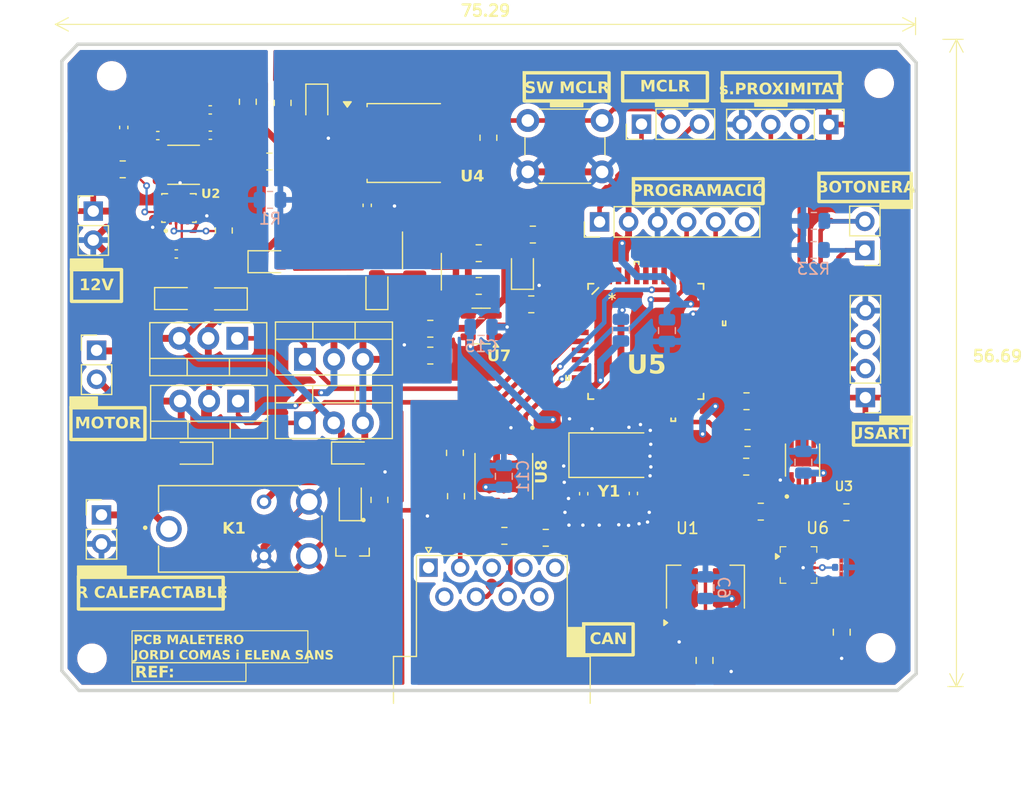
<source format=kicad_pcb>
(kicad_pcb (version 20241229) (generator "pcbnew") (generator_version "9.0")
  (layers (0 "F.Cu" signal) (2 "B.Cu" signal) (13 "F.Paste" user) (15 "B.Paste" user) (5 "F.SilkS" user "F.Silkscreen") (7 "B.SilkS" user "B.Silkscreen") (1 "F.Mask" user) (3 "B.Mask" user) (25 "Edge.Cuts" user))
  (property "IMPORTANTS" "")
  (property "NO IMPORTANTS" "")
  (net 0 "")
  (net 1 "GNDPWR")
  (net 2 "+12V")
  (net 3 "GND")
  (net 4 "/Osc1")
  (net 5 "/Osc2")
  (net 6 "VCC")
  (net 9 "/Canl")
  (net 14 "/Canh")
  (net 16 "/M+")
  (net 17 "/M-")
  (net 18 "/shunt")
  (net 19 "/Vrele")
  (net 20 "/MCLR")
  (net 21 "/Vpp")
  (net 22 "/Baixar")
  (net 23 "/Pujar")
  (net 24 "/R_on")
  (net 25 "/Vref")
  (net 26 "/Vcc_3.3V")
  (net 27 "/S_entrada")
  (net 28 "/PGC")
  (net 29 "/Rx")
  (net 30 "/Boto_R")
  (net 31 "/usart_rx")
  (net 32 "/Tx")
  (net 33 "/PGD")
  (net 34 "/SCL")
  (net 35 "/SDA")
  (net 36 "/S_sortida")
  (net 37 "/usart_tx")
  (net 38 "/Boto_Motor")
  (net 39 "/SCL_S")
  (net 40 "/VR_Calef_+")
  (net 41 "/corrent")
  (net 42 "/SDA_S")
  (net 43 "/Vouta1")
  (net 44 "/L2")
  (net 45 "/V_LED_XIP")
  (net 46 "/L1")
  (net 47 "/V-s")
  (net 48 "/RsU4")
  (net 49 "/PS")
  (net 50 "/Vadj")
  (net 51 "/Man_CLR")
  (net 52 "/Vs.7")
  (net 53 "/Vaux")
  (net 54 "/V+")
  (net 55 "/PG_")
  (net 56 "/V_LED_ON")
  (net 57 "Net-(U6-CAP)")
  (net 58 "Net-(U3-EN)")
  (footprint "Capacitor_SMD:C_0402_1005Metric" (layer "F.Cu") (at 169.48 81.13 180)
    (property "Reference" "C10" (hide yes))
    (property "Value" "10u")
  )
  (footprint "Package_LGA:LGA-16_3x3mm_P0.5mm" (layer "F.Cu") (at 220.965 118.77)
    (property "Reference" "U6")
    (property "Value" "MMC5883MA")
  )
  (footprint "Library:PCA" (layer "F.Cu") (at 221.32 109.5825 90)
    (property "Reference" "U3")
    (property "Value" "PCA9306")
  )
  (footprint "Capacitor_SMD:C_0402_1005Metric" (layer "F.Cu") (at 202.16 112.53 -90)
    (property "Reference" "C3" (hide yes))
    (property "Value" "15p")
  )
  (footprint "Resistor_SMD:R_0805_2012Metric" (layer "F.Cu") (at 188.7325 98.08)
    (property "Reference" "R18" (hide yes))
    (property "Value" "2k")
  )
  (footprint "Connector_PinHeader_2.54mm:PinHeader_1x04_P2.54mm_Vertical" (layer "F.Cu") (at 226.82 104.11 180)
    (property "Reference" "USART")
    (property "Value" "Conn_01x04_Pin" (hide yes))
  )
  (footprint "Resistor_SMD:R_0805_2012Metric" (layer "F.Cu") (at 216.3875 110.16)
    (property "Reference" "R6" (hide yes))
    (property "Value" "200k")
  )
  (footprint "Resistor_SMD:R_0805_2012Metric" (layer "F.Cu") (at 216.5025 107.65)
    (property "Reference" "R7" (hide yes))
    (property "Value" "2.7k")
  )
  (footprint "Library:PIC258SMD" (layer "F.Cu") (at 207.5996 99.1876)
    (property "Reference" "U5")
    (property "Value" "PIC18F448-IP")
  )
  (footprint "Resistor_SMD:R_0805_2012Metric" (layer "F.Cu") (at 198.84 116.39 180)
    (property "Reference" "R17" (hide yes))
    (property "Value" "1k")
  )
  (footprint "Capacitor_SMD:C_0402_1005Metric" (layer "F.Cu") (at 169.47 78.91 180)
    (property "Reference" "C11" (hide yes))
    (property "Value" "10u")
  )
  (footprint "Diode_SMD:D_0805_2012Metric_Pad1.15x1.40mm_HandSolder" (layer "F.Cu") (at 181.73 113.03 90)
    (property "Reference" "D1" (hide yes))
    (property "Value" "D")
  )
  (footprint "Connector_PinHeader_2.54mm:PinHeader_1x02_P2.54mm_Vertical" (layer "F.Cu") (at 159.95 114.385)
    (property "Reference" "R CALEFACTABLE")
    (property "Value" "Conn_01x02_Pin")
  )
  (footprint "Resistor_SMD:R_0805_2012Metric" (layer "F.Cu") (at 197.71 89.83)
    (property "Reference" "R2" (hide yes))
    (property "Value" "R")
  )
  (footprint "Package_TO_SOT_SMD:SOT-223-3_TabPin2" (layer "F.Cu") (at 212.8175 120.7 90)
    (property "Reference" "U1")
    (property "Value" "AMS1117-3.3")
  )
  (footprint "Package_TO_SOT_THT:TO-220-3_Vertical" (layer "F.Cu") (at 171.84 98.92 180)
    (property "Reference" "Q2" (hide yes))
    (property "Value" "IRLZ34N")
  )
  (footprint "Capacitor_SMD:C_0402_1005Metric" (layer "F.Cu") (at 161.9 80.45 90)
    (property "Reference" "C4" (hide yes))
    (property "Value" "10u")
  )
  (footprint "MountingHole:MountingHole_2.1mm" (layer "F.Cu") (at 159.12 126.94)
    (property "Reference" "REF**" (hide yes))
    (property "Value" "MountingHole_2.1mm")
  )
  (footprint "Resistor_SMD:R_0805_2012Metric" (layer "F.Cu") (at 225.1575 114.15)
    (property "Reference" "R3" (hide yes))
    (property "Value" "2.7k")
  )
  (footprint "Diode_SMD:D_0805_2012Metric_Pad1.15x1.40mm_HandSolder" (layer "F.Cu") (at 170.85 95.46 180)
    (property "Reference" "DPM+1" (hide yes))
    (property "Value" "D")
  )
  (footprint "MountingHole:MountingHole_2.1mm" (layer "F.Cu") (at 228.16 126.03)
    (property "Reference" "REF**" (hide yes))
    (property "Value" "MountingHole_2.1mm")
  )
  (footprint "Capacitor_SMD:C_0805_2012Metric" (layer "F.Cu") (at 212.74 127.13 -90)
    (property "Reference" "C14" (hide yes))
    (property "Value" "1u")
  )
  (footprint "Resistor_SMD:R_0805_2012Metric" (layer "F.Cu") (at 190.89 108.9525 -90)
    (property "Reference" "R19" (hide yes))
    (property "Value" "1k")
  )
  (footprint "Resistor_SMD:R_0805_2012Metric" (layer "F.Cu") (at 193.82 81.35 -90)
    (property "Reference" "RMCLR1" (hide yes))
    (property "Value" "1k")
  )
  (footprint "Package_TO_SOT_SMD:SOT-23-5" (layer "F.Cu") (at 193.18 97.8425 180)
    (property "Reference" "U7")
    (property "Value" "OPA336Nx")
  )
  (footprint "LED_SMD:LED_0805_2012Metric" (layer "F.Cu") (at 196.8 92.94 90)
    (property "Reference" "DR1" (hide yes))
    (property "Value" "LED")
  )
  (footprint "Resistor_SMD:R_0805_2012Metric" (layer "F.Cu") (at 188.7325 100.43 180)
    (property "Reference" "R15" (hide yes))
    (property "Value" "1k")
  )
  (footprint "Resistor_SMD:R_0805_2012Metric" (layer "F.Cu") (at 170.659798 89.475712 -90)
    (property "Reference" "R11" (hide yes))
    (property "Value" "1k")
  )
  (footprint "Resistor_SMD:R_0805_2012Metric" (layer "F.Cu") (at 190.98 112.7425 -90)
    (property "Reference" "R21" (hide yes))
    (property "Value" "1k")
  )
  (footprint "Resistor_SMD:R_0805_2012Metric" (layer "F.Cu") (at 197.5725 95.94)
    (property "Reference" "R20" (hide yes))
    (property "Value" "2k")
  )
  (footprint "Capacitor_SMD:C_0402_1005Metric" (layer "F.Cu") (at 164.88 81.16)
    (property "Reference" "C7" (hide yes))
    (property "Value" "10u")
  )
  (footprint "Button_Switch_THT:SW_PUSH_6mm" (layer "F.Cu") (at 197.27 79.84)
    (property "Reference" "SW MCLR")
    (property "Value" "SW_Push")
  )
  (footprint "Diode_SMD:D_0805_2012Metric_Pad1.15x1.40mm_HandSolder" (layer "F.Cu") (at 181.9525 108.96)
    (property "Reference" "DPM+2" (hide yes))
    (property "Value" "D")
  )
  (footprint "Library:SOIC127P599X175-8N" (layer "F.Cu") (at 195.17 111.0075 -90)
    (property "Reference" "U8")
    (property "Value" "MCP2551-I-P")
  )
  (footprint "Diode_SMD:D_0805_2012Metric_Pad1.15x1.40mm_HandSolder" (layer "F.Cu") (at 167.84 108.98 180)
    (property "Reference" "DPM-1" (hide yes))
    (property "Value" "D")
  )
  (footprint "Resistor_SMD:R_0805_2012Metric" (layer "F.Cu") (at 172.76 78.2 -90)
    (property "Reference" "R9" (hide yes))
    (property "Value" "1k")
  )
  (footprint "Resistor_SMD:R_0805_2012Metric" (layer "F.Cu") (at 216.4125 104.43 180)
    (property "Reference" "R12" (hide yes))
    (property "Value" "2.7k")
  )
  (footprint "Crystal:Crystal_SMD_0603-2Pin_6.0x3.5mm" (layer "F.Cu") (at 204.22 109.15)
    (property "Reference" "Y1")
    (property "Value" "Crystal")
  )
  (footprint "Inductor_SMD:L_1812_4532Metric" (layer "F.Cu") (at 167.1375 83.72)
    (property "Reference" "L1" (hide yes))
    (property "Value" "1,5u")
  )
  (footprint "Diode_SMD:D_0805_2012Metric_Pad1.15x1.40mm_HandSolder" (layer "F.Cu") (at 184.06 94.54 90)
    (property "Reference" "D2" (hide yes))
    (property "Value" "DPM-1")
  )
  (footprint "Resistor_SMD:R_0805_2012Metric" (layer "F.Cu") (at 192.9725 94.33)
    (property "Reference" "R14" (hide yes))
    (property "Value" "1k")
  )
  (footprint "Resistor_SMD:R_0805_2012Metric" (layer "F.Cu") (at 161.809798 84.115712 180)
    (property "Reference" "R4" (hide yes))
    (property "Value" "1k")
  )
  (footprint "Connector_PinHeader_2.54mm:PinHeader_1x03_P2.54mm_Vertical" (layer "F.Cu") (at 207.22 80.16 90)
    (property "Reference" "MCLR")
    (property "Value" "Conn_01x03")
  )
  (footprint "Resistor_SMD:R_0805_2012Metric" (layer "F.Cu") (at 175.805 78.2975 90)
    (property "Reference" "R10" (hide yes))
    (property "Value" "680")
  )
  (footprint "Library:RELAY_A161CS12VDC.64" (layer "F.Cu") (at 172.0975 115.61)
    (property "Reference" "K1")
    (property "Value" "A161CS12VDC.64" (hide yes))
  )
  (footprint "Resistor_SMD:R_Shunt_Vishay_WSK2512_6332Metric_T2.21mm" (layer "F.Cu") (at 188 92.145 90)
    (property "Reference" "R_shunt1" (hide yes))
    (property "Value" "0.005R")
  )
  (footprint "Package_TO_SOT_THT:TO-220-3_Vertical" (layer "F.Cu") (at 177.76 100.76)
    (property "Reference" "Q5" (hide yes))
    (property "Value" "IRLZ34N")
  )
  (footprint "Library:TPS63070RNMR" (layer "F.Cu") (at 166.729798 87.503212 90)
    (property "Reference" "U2")
    (property "Value" "TPS63070RNMR")
  )
  (footprint "Connector_PinHeader_2.54mm:PinHeader_1x06_P2.54mm_Vertical" (layer "F.Cu") (at 203.55 88.72 90)
    (property "Reference" "PROGRAMACIÓ")
    (property "Value" "Conn_01x06_Pin")
  )
  (footprint "Resistor_SMD:R_0805_2012Metric" (layer "F.Cu") (at 192.9725 91.46 180)
    (property "Reference" "R16" (hide yes))
    (property "Value" "1k")
  )
  (footprint "Package_TO_SOT_SMD:TO-252-3_TabPin2" (layer "F.Cu") (at 186.51 81.81)
    (property "Reference" "U4")
    (property "Value" "LM1117DT-5.0")
  )
  (footprint "Package_TO_SOT_THT:TO-220-3_Vertical" (layer "F.Cu") (at 177.75 106.325)
    (property "Reference" "Q3" (hide yes))
    (property "Value" "IRLZ34N" (hide yes))
  )
  (footprint "LED_SMD:LED_0805_2012Metric" (layer "F.Cu") (at 178.8 78.3375 -90)
    (property "Reference" "DR2" (hide yes))
    (property "Value" "LED")
  )
  (footprint "Capacitor_SMD:C_0402_1005Metric" (layer "F.Cu") (at 183.21 87.27 -90)
    (property "Reference" "C12" (hide yes))
    (property "Value" "10u")
  )
  (footprint "Capacitor_SMD:C_0805_2012Metric" (layer "F.Cu") (at 224.75 124.66 -90)
    (property "Reference" "C2" (hide yes))
    (property "Value" "22u")
  )
  (footprint "Diode_SMD:D_0805_2012Metric_Pad1.15x1.40mm_HandSolder" (layer "F.Cu") (at 166.459798 95.435712)
    (property "Reference" "DPA1" (hide yes))
    (property "Value" "D")
  )
  (footprint "MountingHole:MountingHole_2.1mm" (layer "F.Cu") (at 228.03 76.58)
    (property "Reference" "REF**" (hide yes))
    (property "Value" "MountingHole_2.1mm")
  )
  (footprint "Connector_PinHeader_2.54mm:PinHeader_1x02_P2.54mm_Vertical" (layer "F.Cu") (at 159.23 87.775)
    (property "Reference" "12V")
    (property "Value" "Conn_01x02_Pin")
  )
  (footprint "MountingHole:MountingHole_2.1mm" (layer "F.Cu") (at 160.84 75.93)
    (property "Reference" "REF**" (hide yes))
    (property "Value" "MountingHole_2.1mm")
  )
  (footprint "Connector_PinHeader_2.54mm:PinHeader_1x02_P2.54mm_Vertical" (layer "F.Cu") (at 226.77 91.21 180)
    (property "Reference" "BOTONERA")
    (property "Value" "Conn_01x02_Pin" (hide yes))
  )
  (footprint "Capacitor_SMD:C_0402_1005Metric" (layer "F.Cu") (at 206.51 112.51 -90)
    (property "Reference" "C5" (hide yes))
    (property "Value" "15p")
  )
  (footprint "Resistor_SMD:R_0805_2012Metric" (layer "F.Cu") (at 195.2175 116.22)
    (property "Reference" "R22" (hide yes))
    (property "Value" "120R")
  )
  (footprint "Library:SOT95P237X112-3N" (layer "F.Cu") (at 181.93 117.335 -90)
    (property "Reference" "Q1" (hide yes))
    (property "Value" "IRLML2502" (hide yes))
  )
  (footprint "Connector_Dsub:DSUB-9_Pins_Horizontal_P2.77x2.54mm_EdgePinOffset9.40mm" (layer "F.Cu") (at 188.58 119.004669)
    (property "Reference" "CAN")
    (property "Value" "DE9_Pins")
  )
  (footprint "Capacitor_SMD:C_0402_1005Metric" (layer "F.Cu") (at 166.499798 91.525712 180)
    (property "Reference" "C6" (hide yes))
    (property "Value" "10u")
  )
  (footprint "Connector_PinHeader_2.54mm:PinHeader_1x02_P2.54mm_Vertical" (layer "F.Cu") (at 159.52 99.965)
    (property "Reference" "MOTOR")
    (property "Value" "Conn_01x02_Pin")
  )
  (footprint "Diode_SMD:D_0805_2012Metric_Pad1.15x1.40mm_HandSolder" (layer "F.Cu") (at 174.639798 92.208212)
    (property "Reference" "DPA2" (hide yes))
    (property "Value" "D")
  )
  (footprint "Resistor_SMD:R_0805_2012Metric" (layer "F.Cu") (at 184.28 113.07 90)
    (property "Reference" "R13" (hide yes))
    (property "Value" "1k")
  )
  (footprint "Package_TO_SOT_THT:TO-220-3_Vertical" (layer "F.Cu") (at 171.91 104.415 180)
    (property "Reference" "Q4" (hide yes))
    (property "Value" "IRLZ34N")
  )
  (footprint "Resistor_SMD:R_0805_2012Metric" (layer "F.Cu") (at 174.65 83.43 180)
    (property "Reference" "R8" (hide yes))
    (property "Value" "1k")
  )
  (footprint "Resistor_SMD:R_0805_2012Metric" (layer "F.Cu") (at 217.6625 114.1 180)
    (property "Reference" "R5" (hide yes))
    (property "Value" "2.7k")
  )
  (footprint "Connector_PinHeader_2.54mm:PinHeader_1x04_P2.54mm_Vertical" (layer "F.Cu") (at 223.62 80.19 -90)
    (property "Reference" "s.PROXIMITAT")
    (property "Value" "Conn_01x04_Pin")
  )
  (footprint "Capacitor_SMD:C_0805_2012Metric" (layer "B.Cu") (at 193.18 97.93)
    (property "Reference" "C15")
    (property "Value" "100n")
  )
  (footprint "Resistor_SMD:R_0805_2012Metric" (layer "B.Cu") (at 222.31 88.63)
    (property "Reference" "R24" (hide yes))
    (property "Value" "200k")
  )
  (footprint "Capacitor_SMD:C_0805_2012Metric" (layer "B.Cu") (at 195.17 111.0075 90)
    (property "Reference" "C11")
    (property "Value" "100n")
  )
  (footprint "Resistor_SMD:R_0805_2012Metric" (layer "B.Cu") (at 174.7 86.79)
    (property "Reference" "R1")
    (property "Value" "0")
  )
  (footprint "Resistor_SMD:R_0805_2012Metric" (layer "B.Cu") (at 222.28 91.18)
    (property "Reference" "R23")
    (property "Value" "200k")
  )
  (footprint "Capacitor_SMD:C_0805_2012Metric" (layer "B.Cu") (at 212.82 120.76 90)
    (property "Reference" "C9")
    (property "Value" "100n")
  )
  (footprint "Capacitor_SMD:C_0805_2012Metric" (layer "B.Cu") (at 205.42 98.2 90)
    (property "Reference" "C16" (hide yes))
    (property "Value" "100n")
  )
  (footprint "Capacitor_SMD:C_0805_2012Metric" (layer "B.Cu") (at 221.39 109.77 90)
    (property "Reference" "C13" (hide yes))
    (property "Value" "100n")
  )
  (footprint "Capacitor_SMD:C_0402_1005Metric" (layer "B.Cu") (at 224.65 118.98)
    (property "Reference" "C13" (hide yes))
    (property "Value" "10u")
  )
  (footprint "Capacitor_SMD:C_0805_2012Metric" (layer "B.Cu") (at 209.45 98.24 -90)
    (property "Reference" "C8" (hide yes))
    (property "Value" "100n")
  )
  (gr_rect (start 208.44 78.025) (end 211.28 78.615) (stroke (width 0.1)) (fill yes) (layer "F.SilkS"))
  (gr_rect (start 157.33 92.9) (end 161.7 95.68) (stroke (width 0.3)) (fill no) (layer "F.SilkS"))
  (gr_rect (start 217.13 78.03) (end 219.97 78.6) (stroke (width 0.1)) (fill yes) (layer "F.SilkS"))
  (gr_rect (start 157.185 104.045) (end 159.595 105.015) (stroke (width 0.1)) (fill yes) (layer "F.SilkS"))
  (gr_rect (start 228.07 105.73) (end 230.91 106.3) (stroke (width 0.1)) (fill yes) (layer "F.SilkS"))
  (gr_rect (start 205.57 75.65) (end 212.99 78.12) (stroke (width 0.3)) (fill no) (layer "F.SilkS"))
  (gr_rect (start 228.09 86.975) (end 230.93 87.545) (stroke (width 0.1)) (fill yes) (layer "F.SilkS"))
  (gr_rect (start 200.78 124.245) (end 202.16 126.735) (stroke (width 0.1)) (fill yes) (layer "F.SilkS"))
  (gr_rect (start 157.85 118.86) (end 162.12 119.83) (stroke (width 0.1)) (fill yes) (layer "F.SilkS"))
  (gr_rect (start 196.96 75.66) (end 204.38 78.13) (stroke (width 0.3)) (fill no) (layer "F.SilkS"))
  (gr_rect (start 225.78 106.35) (end 230.79 108.27) (stroke (width 0.3)) (fill no) (layer "F.SilkS"))
  (gr_rect (start 222.75 84.465) (end 230.83 86.935) (stroke (width 0.3)) (fill no) (layer "F.SilkS"))
  (gr_rect (start 157.275 105) (end 163.755 107.78) (stroke (width 0.3)) (fill no) (layer "F.SilkS"))
  (gr_rect (start 162.625 127.33) (end 172.595 128.98) (stroke (width 0.1)) (fill no) (layer "F.SilkS"))
  (gr_rect (start 206.515 84.94) (end 217.865 87.11) (stroke (width 0.3)) (fill no) (layer "F.SilkS"))
  (gr_rect (start 157.225 91.965) (end 160.065 92.935) (stroke (width 0.1)) (fill yes) (layer "F.SilkS"))
  (gr_rect (start 199.25 78.045) (end 202.09 78.635) (stroke (width 0.1)) (fill yes) (layer "F.SilkS"))
  (gr_rect (start 214.3 75.65) (end 224.6 78.12) (stroke (width 0.3)) (fill no) (layer "F.SilkS"))
  (gr_rect (start 202.16 123.93) (end 206.49 126.64) (stroke (width 0.3)) (fill no) (layer "F.SilkS"))
  (gr_rect (start 157.935 119.85) (end 170.605 122.63) (stroke (width 0.3)) (fill no) (layer "F.SilkS"))
  (gr_rect (start 162.625 124.53) (end 178.015 127.33) (stroke (width 0.1)) (fill no) (layer "F.SilkS"))
  (gr_line (start 229.797953 73.16) (end 231.27 74.77) (stroke (width 0.3)) (layer "Edge.Cuts"))
  (gr_line (start 157.985069 129.762983) (end 229.625312 129.762983) (stroke (width 0.3)) (layer "Edge.Cuts"))
  (gr_line (start 156.48 128.036101) (end 156.48 74.63) (stroke (width 0.3)) (layer "Edge.Cuts"))
  (gr_line (start 157.870002 73.16) (end 229.797953 73.16) (stroke (width 0.3)) (layer "Edge.Cuts"))
  (gr_line (start 231.27 128.3) (end 231.27 74.77) (stroke (width 0.3)) (layer "Edge.Cuts"))
  (gr_line (start 156.48 128.036101) (end 157.985069 129.762983) (stroke (width 0.3)) (layer "Edge.Cuts"))
  (gr_line (start 157.870002 73.16) (end 156.48 74.63) (stroke (width 0.3)) (layer "Edge.Cuts"))
  (gr_line (start 231.27 128.3) (end 229.625312 129.762983) (stroke (width 0.3)) (layer "Edge.Cuts"))
  (gr_text "PCB MALETERO \nJORDI COMAS i ELENA SANS \n" (at 162.75 127.18 0) (layer "F.SilkS") (effects (font (size 0.8 0.8) (thickness 0.1) (bold yes)) (justify left bottom)))
  (gr_text "REF:" (at 162.88 128.79 0) (layer "F.SilkS") (effects (font (size 1 1) (thickness 0.1) (bold yes)) (justify left bottom)))
  (dimension (type orthogonal) (layer "F.SilkS") (pts (xy 155.92 71.42) (xy 231.21 72.82)) (height 0) (orientation 0) (format (prefix "") (suffix "") (units 3) (units_format 0) (precision 4) (suppress_zeroes yes)) (style (thickness 0.1) (arrow_length 1.27) (text_position_mode 0) (arrow_direction outward) (extension_height 0.58642) (extension_offset 0.5) (keep_text_aligned yes)) (gr_text "75,29" (at 193.565 70.22 0) (layer "F.SilkS") (effects (font (size 1 1) (thickness 0.2) (bold yes)))))
  (dimension (type orthogonal) (layer "F.SilkS") (pts (xy 233.1 72.73) (xy 233.54 129.42)) (height 1.69) (orientation 1) (format (prefix "") (suffix "") (units 3) (units_format 0) (precision 4) (suppress_zeroes yes)) (style (thickness 0.1) (arrow_length 1.27) (text_position_mode 2) (arrow_direction outward) (extension_height 0.58642) (extension_offset 0.5)) (gr_text "56,69" (at 238.38 100.48 0) (layer "F.SilkS") (effects (font (size 1 1) (thickness 0.2) (bold yes)))))
  (segment (start 192.619792 95.481) (end 190.975774 95.481) (width 0.6) (layer "F.Cu") (net 1))
  (segment (start 169.17 88.19) (end 168.7 87.72) (width 0.3) (layer "F.Cu") (net 1))
  (segment (start 188.971 96.929) (end 187.82 98.08) (width 0.6) (layer "F.Cu") (net 1))
  (segment (start 160.440712 91.525712) (end 165.928798 91.525712) (width 0.6) (layer "F.Cu") (net 1))
  (segment (start 184.1275 112.005) (end 184.28 112.1575) (width 0.6) (layer "F.Cu") (net 1))
  (segment (start 164.43 89.19) (end 160.355 89.19) (width 0.6) (layer "F.Cu") (net 1))
  (segment (start 193.770792 94.33) (end 192.619792 95.481) (width 0.6) (layer "F.Cu") (net 1))
  (segment (start 166.729798 85.400202) (end 166.729798 86.903212) (width 0.3) (layer "F.Cu") (net 1))
  (segment (start 167.904798 88.228212) (end 167.479798 88.653212) (width 0.3) (layer "F.Cu") (net 1))
  (segment (start 174.1775 117.165) (end 174.1775 117.985) (width 0.6) (layer "F.Cu") (net 1))
  (segment (start 189.527774 96.929) (end 188.971 96.929) (width 0.6) (layer "F.Cu") (net 1))
  (segment (start 168.7 87.72) (end 168.13801 87.72) (width 0.3) (layer "F.Cu") (net 1))
  (segment (start 165.329798 88.402) (end 164.468 88.402) (width 0.6) (layer "F.Cu") (net 1))
  (segment (start 168.13801 87.72) (end 168.129798 87.728212) (width 0.3) (layer "F.Cu") (net 1))
  (segment (start 159.23 90.315) (end 160.440712 91.525712) (width 0.6) (layer "F.Cu") (net 1))
  (segment (start 193.885 94.33) (end 193.770792 94.33) (width 0.6) (layer "F.Cu") (net 1))
  (segment (start 181.73 112.005) (end 184.1275 112.005) (width 0.6) (layer "F.Cu") (net 1))
  (segment (start 184.28 111.11) (end 184.77 110.62) (width 0.6) (layer "F.Cu") (net 1))
  (segment (start 164.43 88.44) (end 164.43 89.19) (width 0.6) (layer "F.Cu") (net 1))
  (segment (start 160.355 89.19) (end 159.23 90.315) (width 0.6) (layer "F.Cu") (net 1))
  (segment (start 164.468 88.402) (end 164.43 88.44) (width 0.6) (layer "F.Cu") (net 1))
  (segment (start 168.129798 88.228212) (end 167.904798 88.228212) (width 0.3) (layer "F.Cu") (net 1))
  (segment (start 166.83 85.3) (end 166.729798 85.400202) (width 0.3) (layer "F.Cu") (net 1))
  (segment (start 187.82 98.08) (end 187.82 98.13) (width 0.6) (layer "F.Cu") (net 1))
  (segment (start 187.82 98.13) (end 186.46 99.49) (width 0.6) (layer "F.Cu") (net 1))
  (segment (start 184.28 112.1575) (end 184.28 111.11) (width 0.6) (layer "F.Cu") (net 1))
  (segment (start 178.1075 113.235) (end 174.1775 117.165) (width 0.6) (layer "F.Cu") (net 1))
  (segment (start 190.975774 95.481) (end 189.527774 96.929) (width 0.6) (layer "F.Cu") (net 1))
  (via (at 164.43 89.19) (size 0.6) (drill 0.3) (layers "F.Cu" "B.Cu") (net 1))
  (via (at 186.46 99.49) (size 0.6) (drill 0.3) (layers "F.Cu" "B.Cu") (net 1))
  (via (at 169.17 88.19) (size 0.6) (drill 0.3) (layers "F.Cu" "B.Cu") (net 1))
  (via (at 166.83 85.3) (size 0.6) (drill 0.3) (layers "F.Cu" "B.Cu") (net 1))
  (via (at 184.77 110.62) (size 0.6) (drill 0.3) (layers "F.Cu" "B.Cu") (net 1))
  (segment (start 169.3 98.92) (end 169.3 101.03) (width 0.6) (layer "F.Cu") (net 2))
  (segment (start 162.522298 86.978212) (end 165.329798 86.978212) (width 0.6) (layer "F.Cu") (net 2))
  (segment (start 164.17 80.93) (end 164.4 81.16) (width 0.6) (layer "F.Cu") (net 2))
  (segment (start 169.3 98.92) (end 169.3 98.035) (width 0.6) (layer "F.Cu") (net 2))
  (segment (start 160.897298 85.353212) (end 162.522298 86.978212) (width 0.6) (layer "F.Cu") (net 2))
  (segment (start 160.897298 84.115712) (end 160.897298 85.353212) (width 0.6) (layer "F.Cu") (net 2))
  (segment (start 168.10709 96.586712) (end 166.585798 96.586712) (width 0.6) (layer "F.Cu") (net 2))
  (segment (start 169.3 98.035) (end 171.875 95.46) (width 0.6) (layer "F.Cu") (net 2))
  (segment (start 171.875 95.46) (end 170.724 94.309) (width 0.6) (layer "F.Cu") (net 2))
  (segment (start 168.979586 94.309) (end 168.510798 94.777788) (width 0.6) (layer "F.Cu") (net 2))
  (segment (start 169.3 101.03) (end 169.27 101.06) (width 0.6) (layer "F.Cu") (net 2))
  (segment (start 166.585798 96.586712) (end 165.434798 95.435712) (width 0.6) (layer "F.Cu") (net 2))
  (segment (start 168.975 104.81) (end 169.37 104.415) (width 0.6) (layer "F.Cu") (net 2))
  (segment (start 168.510798 94.777788) (end 168.510798 96.183004) (width 0.6) (layer "F.Cu") (net 2))
  (segment (start 160.897298 81.932702) (end 161.9 80.93) (width 0.6) (layer "F.Cu") (net 2))
  (segment (start 161.9 80.93) (end 164.17 80.93) (width 0.6) (layer "F.Cu") (net 2))
  (segment (start 159.23 87.775) (end 161.72551 87.775) (width 0.6) (layer "F.Cu") (net 2))
  (segment (start 170.724 94.309) (end 168.979586 94.309) (width 0.6) (layer "F.Cu") (net 2))
  (segment (start 161.72551 87.775) (end 162.522298 86.978212) (width 0.6) (layer "F.Cu") (net 2))
  (segment (start 168.975 109.065) (end 168.975 104.81) (width 0.6) (layer "F.Cu") (net 2))
  (segment (start 160.897298 84.115712) (end 160.897298 81.932702) (width 0.6) (layer "F.Cu") (net 2))
  (segment (start 168.510798 96.183004) (end 168.10709 96.586712) (width 0.6) (layer "F.Cu") (net 2))
  (segment (start 203.6118 104.928) (end 203.6118 106.2682) (width 0.6) (layer "F.Cu") (net 3))
  (segment (start 221.37 119.01) (end 221.37 118.92) (width 0.3) (layer "F.Cu") (net 3))
  (segment (start 220.715 117.495) (end 220.715 118.355) (width 0.3) (layer "F.Cu") (net 3))
  (segment (start 202.16 113.01) (end 201.67 113.01) (width 0.6) (layer "F.Cu") (net 3))
  (segment (start 210.52 123.74) (end 210.52 125.51) (width 0.6) (layer "F.Cu") (net 3))
  (segment (start 205.423624 96.557038) (end 205.535331 96.445331) (width 0.6) (layer "F.Cu") (net 3))
  (segment (start 195.375 97.8425) (end 195.46 97.9275) (width 0.6) (layer "F.Cu") (net 3))
  (segment (start 199.76 116.39) (end 200.87 115.28) (width 0.6) (layer "F.Cu") (net 3))
  (segment (start 197.8575 93.8775) (end 198.26 94.28) (width 0.6) (layer "F.Cu") (net 3))
  (segment (start 185.18 87.75) (end 185.6 87.33) (width 0.6) (layer "F.Cu") (net 3))
  (segment (start 224.75 126.94) (end 224.74 126.95) (width 0.6) (layer "F.Cu") (net 3))
  (segment (start 221.715 119.52) (end 221.37 119.175) (width 0.3) (layer "F.Cu") (net 3))
  (segment (start 179.81 81.19) (end 179.81 81.39) (width 0.6) (layer "F.Cu") (net 3))
  (segment (start 212.76 128.1) (end 212.74 128.08) (width 0.6) (layer "F.Cu") (net 3))
  (segment (start 179.34 77.4) (end 181.47 79.53) (width 0.6) (layer "F.Cu") (net 3))
  (segment (start 222.24 119.52) (end 221.715 119.52) (width 0.3) (layer "F.Cu") (net 3))
  (segment (start 220.715 118.355) (end 221.37 119.01) (width 0.3) (layer "F.Cu") (net 3))
  (segment (start 224.75 125.61) (end 224.75 126.94) (width 0.6) (layer "F.Cu") (net 3))
  (segment (start 201.67 113.01) (end 200.52 114.16) (width 0.6) (layer "F.Cu") (net 3))
  (segment (start 206.51 112.99) (end 206.73 112.99) (width 0.6) (layer "F.Cu") (net 3))
  (segment (start 203.6118 106.2682) (end 203.039801 106.840199) (width 0.6) (layer "F.Cu") (net 3))
  (segment (start 206.73 112.99) (end 207.9 114.16) (width 0.6) (layer "F.Cu") (net 3))
  (segment (start 196.8 93.8775) (end 197.8575 93.8775) (width 0.6) (layer "F.Cu") (net 3))
  (segment (start 221.37 118.92) (end 221.77 118.52) (width 0.3) (layer "F.Cu") (net 3))
  (segment (start 195.805 108.3375) (end 195.805 106.765) (width 0.6) (layer "F.Cu") (net 3))
  (segment (start 220.345 111.3525) (end 219.3925 111.3525) (width 0.6) (layer "F.Cu") (net 3))
  (segment (start 178.8 77.4) (end 179.34 77.4) (width 0.6) (layer "F.Cu") (net 3))
  (segment (start 183.21 87.75) (end 185.18 87.75) (width 0.6) (layer "F.Cu") (net 3))
  (segment (start 199.7525 116.39) (end 199.76 116.39) (width 0.6) (layer "F.Cu") (net 3))
  (segment (start 203.6118 104.928) (end 203.6118 103.8355) (width 0.6) (layer "F.Cu") (net 3))
  (segment (start 219.3925 111.3525) (end 219.37 111.33) (width 0.6) (layer "F.Cu") (net 3))
  (segment (start 221.37 119.175) (end 221.37 119.01) (width 0.3) (layer "F.Cu") (net 3))
  (segment (start 213.33 96.79) (end 213.34 96.8) (width 0.6) (layer "F.Cu") (net 3))
  (segment (start 221.77 118.52) (end 222.24 118.52) (width 0.3) (layer "F.Cu") (net 3))
  (segment (start 203.039801 106.840199) (end 202.890463 106.840199) (width 0.6) (layer "F.Cu") (net 3))
  (segment (start 190.98 113.655) (end 189.305 113.655) (width 0.6) (layer "F.Cu") (net 3))
  (segment (start 189.305 113.655) (end 188.48 114.48) (width 0.6) (layer "F.Cu") (net 3))
  (segment (start 195.805 106.765) (end 195.79 106.75) (width 0.6) (layer "F.Cu") (net 3))
  (segment (start 194.3175 97.8425) (end 195.375 97.8425) (width 0.6) (layer "F.Cu") (net 3))
  (segment (start 215.07 128.1) (end 212.76 128.1) (width 0.6) (layer "F.Cu") (net 3))
  (segment (start 203.6118 103.8355) (end 205.423624 102.023676) (width 0.6) (layer "F.Cu") (net 3))
  (segment (start 205.423624 102.023676) (end 205.423624 96.557038) (width 0.6) (layer "F.Cu") (net 3))
  (segment (start 211.74 96.79) (end 213.33 96.79) (width 0.6) (layer "F.Cu") (net 3))
  (segment (start 197.27 84.34) (end 203.77 84.34) (width 0.6) (layer "F.Cu") (net 3))
  (segment (start 181.47 79.53) (end 179.81 81.19) (width 0.6) (layer "F.Cu") (net 3))
  (via (at 200.92107 105.97) (size 0.6) (drill 0.3) (layers "F.Cu" "B.Cu") (net 3))
  (via (at 188.48 114.48) (size 0.6) (drill 0.3) (layers "F.Cu" "B.Cu") (net 3))
  (via (at 207.9 114.16) (size 0.6) (drill 0.3) (layers "F.Cu" "B.Cu") (net 3))
  (via (at 198.26 94.28) (size 0.6) (drill 0.3) (layers "F.Cu" "B.Cu") (net 3))
  (via (at 207.97 110.96) (size 0.6) (drill 0.3) (layers "F.Cu" "B.Cu") (net 3))
  (via (at 195.46 97.9275) (size 0.6) (drill 0.3) (layers "F.Cu" "B.Cu") (net 3))
  (via (at 203.52 115.28) (size 0.6) (drill 0.3) (layers "F.Cu" "B.Cu") (net 3))
  (via (at 211.74 96.79) (size 0.6) (drill 0.3) (layers "F.Cu" "B.Cu") (net 3))
  (via (at 207.13 106.47) (size 0.6) (drill 0.3) (layers "F.Cu" "B.Cu") (net 3))
  (via (at 210.52 125.51) (size 0.6) (drill 0.3) (layers "F.Cu" "B.Cu") (net 3))
  (via (at 207.01 115.16) (size 0.6) (drill 0.3) (layers "F.Cu" "B.Cu") (net 3))
  (via (at 200.87 115.28) (size 0.6) (drill 0.3) (layers "F.Cu" "B.Cu") (net 3))
  (via (at 207.75 115.01) (size 0.6) (drill 0.3) (layers "F.Cu" "B.Cu") (net 3))
  (via (at 205.535331 96.445331) (size 0.6) (drill 0.3) (layers "F.Cu" "B.Cu") (net 3))
  (via (at 208.03 108.2) (size 0.6) (drill 0.3) (layers "F.Cu" "B.Cu") (net 3))
  (via (at 185.6 87.33) (size 0.6) (drill 0.3) (layers "F.Cu" "B.Cu") (net 3))
  (via (at 205.23 115.25) (size 0.6) (drill 0.3) (layers "F.Cu" "B.Cu") (net 3))
  (via (at 202.09 115.28) (size 0.6) (drill 0.3) (layers "F.Cu" "B.Cu") (net 3))
  (via (at 219.37 111.33) (size 0.6) (drill 0.3) (layers "F.Cu" "B.Cu") (net 3))
  (via (at 224.74 126.95) (size 0.6) (drill 0.3) (layers "F.Cu" "B.Cu") (net 3))
  (via (at 179.81 81.39) (size 0.6) (drill 0.3) (layers "F.Cu" "B.Cu") (net 3))
  (via (at 206.120306 106.710306) (size 0.6) (drill 0.3) (layers "F.Cu" "B.Cu") (net 3))
  (via (at 221.37 119.01) (size 0.5) (drill 0.3) (layers "F.Cu" "B.Cu") (net 3))
  (via (at 207.99 106.98) (size 0.6) (drill 0.3) (layers "F.Cu" "B.Cu") (net 3))
  (via (at 200.83 112.95) (size 0.6) (drill 0.3) (layers "F.Cu" "B.Cu") (net 3))
  (via (at 202.890463 106.840199) (size 0.6) (drill 0.3) (layers "F.Cu" "B.Cu") (net 3))
  (via (at 200.41 110.1) (size 0.6) (drill 0.3) (layers "F.Cu" "B.Cu") (net 3))
  (via (at 208.04 110.18) (size 0.6) (drill 0.3) (layers "F.Cu" "B.Cu") (net 3))
  (via (at 215.07 128.1) (size 0.6) (drill 0.3) (layers "F.Cu" "B.Cu") (net 3))
  (via (at 200.46 111.53) (size 0.6) (drill 0.3) (layers "F.Cu" "B.Cu") (net 3))
  (via (at 195.79 106.75) (size 0.6) (drill 0.3) (layers "F.Cu" "B.Cu") (net 3))
  (via (at 200.52 114.16) (size 0.6) (drill 0.3) (layers "F.Cu" "B.Cu") (net 3))
  (via (at 206.09 115.3) (size 0.6) (drill 0.3) (layers "F.Cu" "B.Cu") (net 3))
  (via (at 207.96 109.24) (size 0.6) (drill 0.3) (layers "F.Cu" "B.Cu") (net 3))
  (segment (start 211.14 98.748344) (end 210.698344 99.19) (width 0.6) (layer "B.Cu") (net 3))
  (segment (start 194.13 97.93) (end 195.4575 97.93) (width 0.6) (layer "B.Cu") (net 3))
  (segment (start 220.01 108.82) (end 221.39 108.82) (width 0.6) (layer "B.Cu") (net 3))
  (segment (start 205.42 96.560662) (end 205.535331 96.445331) (width 0.6) (layer "B.Cu") (net 3))
  (segment (start 210.698344 99.19) (end 209.45 99.19) (width 0.6) (layer "B.Cu") (net 3))
  (segment (start 211.69904 96.8) (end 211.73 96.8) (width 0.6) (layer "B.Cu") (net 3))
  (segment (start 205.42 97.25) (end 205.42 96.560662) (width 0.6) (layer "B.Cu") (net 3))
  (segment (start 211.14 97.35904) (end 211.14 98.748344) (width 0.6) (layer "B.Cu") (net 3))
  (segment (start 211.73 96.8) (end 211.74 96.79) (width 0.6) (layer "B.Cu") (net 3))
  (segment (start 195.4575 97.93) (end 195.46 97.9275) (width 0.6) (layer "B.Cu") (net 3))
  (segment (start 219.37 111.33) (end 219.37 109.46) (width 0.6) (layer "B.Cu") (net 3))
  (segment (start 211.69904 96.8) (end 211.14 97.35904) (width 0.6) (layer "B.Cu") (net 3))
  (segment (start 219.37 109.46) (end 220.01 108.82) (width 0.6) (layer "B.Cu") (net 3))
  (segment (start 204.3992 106.7708) (end 202.02 109.15) (width 0.4) (layer "F.Cu") (net 4))
  (segment (start 202.18 109.31) (end 202.02 109.15) (width 0.4) (layer "F.Cu") (net 4))
  (segment (start 202.18 112.07) (end 202.18 109.31) (width 0.4) (layer "F.Cu") (net 4))
  (segment (start 204.3992 104.928) (end 204.3992 106.7708) (width 0.4) (layer "F.Cu") (net 4))
  (segment (start 205.69 108.42) (end 206.42 109.15) (width 0.4) (layer "F.Cu") (net 5))
  (segment (start 205.212 104.928) (end 205.212 106.791339) (width 0.4) (layer "F.Cu") (net 5))
  (segment (start 205.212 106.791339) (end 205.69 107.269339) (width 0.4) (layer "F.Cu") (net 5))
  (segment (start 206.53 112.07) (end 206.53 109.26) (width 0.4) (layer "F.Cu") (net 5))
  (segment (start 206.53 109.26) (end 206.42 109.15) (width 0.4) (layer "F.Cu") (net 5))
  (segment (start 205.69 107.269339) (end 205.69 108.42) (width 0.4) (layer "F.Cu") (net 5))
  (segment (start 213.373505 110.16) (end 215.475 110.16) (width 0.6) (layer "F.Cu") (net 6))
  (segment (start 201.510654 103.1754) (end 201.8592 103.1754) (width 0.6) (layer "F.Cu") (net 6))
  (segment (start 180.599792 76.4615) (end 183.021 78.882708) (width 0.6) (layer "F.Cu") (net 6))
  (segment (start 175.664798 92.208212) (end 177.428212 92.208212) (width 0.6) (layer "F.Cu") (net 6))
  (segment (start 212.57 109.356495) (end 213.373505 110.16) (width 0.6) (layer "F.Cu") (net 6))
  (segment (start 212.57 107.3) (end 214.31 109.04) (width 0.6) (layer "F.Cu") (net 6))
  (segment (start 184.57 81.81) (end 186.095 83.335) (width 0.6) (layer "F.Cu") (net 6))
  (segment (start 193.59 111.95) (end 194.18 111.95) (width 0.6) (layer "F.Cu") (net 6))
  (segment (start 221.42 109.13) (end 220.995 108.705) (width 0.6) (layer "F.Cu") (net 6))
  (segment (start 203.63 102.59) (end 203.1 103.12) (width 0.6) (layer "F.Cu") (net 6))
  (segment (start 186.095 80.285) (end 186.095 83.335) (width 0.6) (layer "F.Cu") (net 6))
  (segment (start 183.21 86.32) (end 183.21 86.79) (width 0.6) (layer "F.Cu") (net 6))
  (segment (start 203.1 103.12) (end 201.9146 103.12) (width 0.6) (layer "F.Cu") (net 6))
  (segment (start 192.25 99) (end 192.0425 98.7925) (width 0.6) (layer "F.Cu") (net 6))
  (segment (start 175.805 77.385) (end 176.7285 76.4615) (width 0.6) (layer "F.Cu") (net 6))
  (segment (start 223.052312 109.512312) (end 222.67 109.13) (width 0.6) (layer "F.Cu") (net 6))
  (segment (start 199.46 106.04) (end 199.46 105.226054) (width 0.6) (layer "F.Cu") (net 6))
  (segment (start 206.09 88.72) (end 206.09 90.03) (width 0.6) (layer "F.Cu") (net 6))
  (segment (start 183.021 80.259) (end 181.47 81.81) (width 0.6) (layer "F.Cu") (net 6))
  (segment (start 194.18 111.95) (end 194.535 111.595) (width 0.6) (layer "F.Cu") (net 6))
  (segment (start 199.46 105.226054) (end 201.510654 103.1754) (width 0.6) (layer "F.Cu") (net 6))
  (segment (start 223.14 110.71) (end 223.052312 110.622312) (width 0.6) (layer "F.Cu") (net 6))
  (segment (start 206.09 90.03) (end 205.53 90.59) (width 0.6) (layer "F.Cu") (net 6))
  (segment (start 186.095 83.335) (end 186.095 83.435) (width 0.6) (layer "F.Cu") (net 6))
  (segment (start 192.25 99.6175) (end 192.25 99) (width 0.6) (layer "F.Cu") (net 6))
  (segment (start 212.57 107.3) (end 212.57 109.356495) (width 0.6) (layer "F.Cu") (net 6))
  (segment (start 220.995 108.705) (end 220.995 107.8125) (width 0.6) (layer "F.Cu") (net 6))
  (segment (start 194.535 111.595) (end 194.535 108.3375) (width 0.6) (layer "F.Cu") (net 6))
  (segment (start 177.428212 92.208212) (end 177.43 92.21) (width 0.6) (layer "F.Cu") (net 6))
  (segment (start 218.089678 107.65) (end 219.289678 106.45) (width 0.6) (layer "F.Cu") (net 6))
  (segment (start 184.57 81.81) (end 186.095 80.285) (width 0.6) (layer "F.Cu") (net 6))
  (segment (start 219.289678 106.45) (end 220.598355 106.45) (width 0.6) (layer "F.Cu") (net 6))
  (segment (start 176.7285 76.4615) (end 180.599792 76.4615) (width 0.6) (layer "F.Cu") (net 6))
  (segment (start 213.2628 95.91) (end 213.34 95.9872) (width 0.6) (layer "F.Cu") (net 6))
  (segment (start 223.052312 110.622312) (end 223.052312 109.512312) (width 0.6) (layer "F.Cu") (net 6))
  (segment (start 215.5 104.43) (end 214.13 104.43) (width 0.6) (layer "F.Cu") (net 6))
  (segment (start 217.415 107.65) (end 218.089678 107.65) (width 0.6) (layer "F.Cu") (net 6))
  (segment (start 220.598355 106.45) (end 220.995 106.846645) (width 0.6) (layer "F.Cu") (net 6))
  (segment (start 211.53 95.91) (end 213.2628 95.91) (width 0.6) (layer "F.Cu") (net 6))
  (segment (start 216.025 109.04) (end 217.415 107.65) (width 0.6) (layer "F.Cu") (net 6))
  (segment (start 189.445 80.285) (end 186.095 80.285) (width 0.6) (layer "F.Cu") (net 6))
  (segment (start 186.095 83.335) (end 189.445 83.335) (width 0.6) (layer "F.Cu") (net 6))
  (segment (start 183.021 78.882708) (end 183.021 80.259) (width 0.6) (layer "F.Cu") (net 6))
  (segment (start 214.31 109.04) (end 216.025 109.04) (width 0.6) (layer "F.Cu") (net 6))
  (segment (start 186.095 83.435) (end 183.21 86.32) (width 0.6) (layer "F.Cu") (net 6))
  (segment (start 201.9146 103.12) (end 201.8592 103.1754) (width 0.6) (layer "F.Cu") (net 6))
  (segment (start 214.13 104.43) (end 213.69 104.87) (width 0.6) (layer "F.Cu") (net 6))
  (segment (start 215.12 121.73) (end 215.12 123.74) (width 0.6) (layer "F.Cu") (net 6))
  (segment (start 181.47 81.81) (end 184.57 81.81) (width 0.6) (layer "F.Cu") (net 6))
  (segment (start 222.67 109.13) (end 221.42 109.13) (width 0.6) (layer "F.Cu") (net 6))
  (segment (start 189.445 83.335) (end 189.445 80.285) (width 0.6) (layer "F.Cu") (net 6))
  (segment (start 220.995 106.846645) (end 220.995 107.8125) (width 0.6) (layer "F.Cu") (net 6))
  (via (at 223.14 110.71) (size 0.6) (drill 0.3) (layers "F.Cu" "B.Cu") (net 6))
  (via (at 192.25 99.6175) (size 0.6) (drill 0.3) (layers "F.Cu" "B.Cu") (net 6))
  (via (at 215.12 121.73) (size 0.6) (drill 0.3) (layers "F.Cu" "B.Cu") (net 6))
  (via (at 213.69 104.87) (size 0.6) (drill 0.3) (layers "F.Cu" "B.Cu") (net 6))
  (via (at 193.59 111.95) (size 0.6) (drill 0.3) (layers "F.Cu" "B.Cu") (net 6))
  (via (at 199.46 106.04) (size 0.6) (drill 0.3) (layers "F.Cu" "B.Cu") (net 6))
  (via (at 211.53 95.91) (size 0.6) (drill 0.3) (layers "F.Cu" "B.Cu") (net 6))
  (via (at 212.57 107.3) (size 0.6) (drill 0.3) (layers "F.Cu" "B.Cu") (net 6))
  (via (at 205.53 90.59) (size 0.6) (drill 0.3) (layers "F.Cu" "B.Cu") (net 6))
  (via (at 203.629999 102.589999) (size 0.6) (drill 0.3) (layers "F.Cu" "B.Cu") (net 6))
  (segment (start 210.7 95.93) (end 210.7 95.861032) (width 0.6) (layer "B.Cu") (net 6))
  (segment (start 209.45 96.468968) (end 209.988968 95.93) (width 0.6) (layer "B.Cu") (net 6))
  (segment (start 193.5975 111.9575) (end 193.59 111.95) (width 0.6) (layer "B.Cu") (net 6))
  (segment (start 192.25 99.6175) (end 192.25 99.98) (width 0.6) (layer "B.Cu") (net 6))
  (segment (start 221.39 110.72) (end 223.13 110.72) (width 0.6) (layer "B.Cu") (net 6))
  (segment (start 205.53 90.59) (end 205.497726 90.622274) (width 0.6) (layer "B.Cu") (net 6))
  (segment (start 205.497726 90.622274) (end 205.497726 92.157726) (width 0.6) (layer "B.Cu") (net 6))
  (segment (start 209.45 97.29) (end 209.45 96.468968) (width 0.6) (layer "B.Cu") (net 6))
  (segment (start 209.120891 93.51) (end 209.988968 94.378077) (width 0.6) (layer "B.Cu") (net 6))
  (segment (start 203.629999 100.940001) (end 203.629999 102.589999) (width 0.6) (layer "B.Cu") (net 6))
  (segment (start 209.988968 95.15) (end 209.988968 95.93) (width 0.6) (layer "B.Cu") (net 6))
  (segment (start 210.7 95.93) (end 211.51 95.93) (width 0.6) (layer "B.Cu") (net 6))
  (segment (start 205.42 99.15) (end 203.629999 100.940001) (width 0.6) (layer "B.Cu") (net 6))
  (segment (start 192.23 99.5975) (end 192.25 99.6175) (width 0.6) (layer "B.Cu") (net 6))
  (segment (start 209.988968 94.378077) (end 209.988968 95.15) (width 0.6) (layer "B.Cu") (net 6))
  (segment (start 192.23 97.93) (end 192.23 99.5975) (width 0.6) (layer "B.Cu") (net 6))
  (segment (start 205.497726 92.157726) (end 206.85 93.51) (width 0.6) (layer "B.Cu") (net 6))
  (segment (start 223.13 110.72) (end 223.14 110.71) (width 0.6) (layer "B.Cu") (net 6))
  (segment (start 215.1 121.71) (end 215.12 121.73) (width 0.6) (layer "B.Cu") (net 6))
  (segment (start 211.51 95.93) (end 211.53 95.91) (width 0.6) (layer "B.Cu") (net 6))
  (segment (start 210.7 95.861032) (end 209.988968 95.15) (width 0.6) (layer "B.Cu") (net 6))
  (segment (start 213.69 104.87) (end 212.57 105.99) (width 0.6) (layer "B.Cu") (net 6))
  (segment (start 206.85 93.51) (end 209.120891 93.51) (width 0.6) (layer "B.Cu") (net 6))
  (segment (start 195.17 111.9575) (end 193.5975 111.9575) (width 0.6) (layer "B.Cu") (net 6))
  (segment (start 212.57 105.99) (end 212.57 107.3) (width 0.6) (layer "B.Cu") (net 6))
  (segment (start 212.82 121.71) (end 215.1 121.71) (width 0.6) (layer "B.Cu") (net 6))
  (segment (start 209.988968 95.93) (end 210.7 95.93) (width 0.6) (layer "B.Cu") (net 6))
  (segment (start 192.25 99.98) (end 198.31 106.04) (width 0.6) (layer "B.Cu") (net 6))
  (segment (start 198.31 106.04) (end 199.46 106.04) (width 0.6) (layer "B.Cu") (net 6))
  (segment (start 193.332294 115.22) (end 193.452294 115.22) (width 0.4) (layer "F.Cu") (net 9))
  (segment (start 194.535 113.6775) (end 194.211563 114.000937) (width 0.4) (layer "F.Cu") (net 9))
  (segment (start 192.492294 116.46) (end 192.492294 116.98) (width 0.4) (layer "F.Cu") (net 9))
  (segment (start 193.092294 116.98) (end 193.092294 115.46) (width 0.4) (layer "F.Cu") (net 9))
  (segment (start 194.305 115.031874) (end 194.305 116.22) (width 0.4) (layer "F.Cu") (net 9))
  (segment (start 194.211563 114.938437) (end 194.305 115.031874) (width 0.4) (layer "F.Cu") (net 9))
  (segment (start 194.211563 114.000937) (end 194.211563 114.938437) (width 0.4) (layer "F.Cu") (net 9))
  (segment (start 193.692294 115.46) (end 193.692294 115.98) (width 0.4) (layer "F.Cu") (net 9))
  (segment (start 194.052294 116.22) (end 194.305 116.22) (width 0.4) (layer "F.Cu") (net 9))
  (segment (start 191.35 119.004669) (end 191.35 117.122294) (width 0.4) (layer "F.Cu") (net 9))
  (segment (start 193.932294 116.22) (end 194.052294 116.22) (width 0.4) (layer "F.Cu") (net 9))
  (segment (start 191.35 117.122294) (end 192.252294 116.22) (width 0.4) (layer "F.Cu") (net 9))
  (segment (start 192.732294 117.22) (end 192.852294 117.22) (width 0.4) (layer "F.Cu") (net 9))
  (arc (start 192.852294 117.22) (mid 193.022 117.149706) (end 193.092294 116.98) (width 0.4) (layer "F.Cu") (net 9))
  (arc (start 193.692294 115.98) (mid 193.762588 116.149706) (end 193.932294 116.22) (width 0.4) (layer "F.Cu") (net 9))
  (arc (start 192.252294 116.22) (mid 192.422 116.290294) (end 192.492294 116.46) (width 0.4) (layer "F.Cu") (net 9))
  (arc (start 193.452294 115.22) (mid 193.622 115.290294) (end 193.692294 115.46) (width 0.4) (layer "F.Cu") (net 9))
  (arc (start 193.092294 115.46) (mid 193.162588 115.290294) (end 193.332294 115.22) (width 0.4) (layer "F.Cu") (net 9))
  (arc (start 192.492294 116.98) (mid 192.562588 117.149706) (end 192.732294 117.22) (width 0.4) (layer "F.Cu") (net 9))
  (segment (start 196.199352 115.15289) (end 196.13 115.222242) (width 0.4) (layer "F.Cu") (net 14))
  (segment (start 193.838633 120.660544) (end 194.029551 120.851462) (width 0.4) (layer "F.Cu") (net 14))
  (segment (start 193.14815 121.544669) (end 192.735 121.544669) (width 0.4) (layer "F.Cu") (net 14))
  (segment (start 196.13 116.22) (end 195.739 116.611) (width 0.4) (layer "F.Cu") (net 14))
  (segment (start 194.453817 120.427199) (end 194.262898 120.23628) (width 0.4) (layer "F.Cu") (net 14))
  (segment (start 193.67576 121.544669) (end 193.14815 121.544669) (width 0.4) (layer "F.Cu") (net 14))
  (segment (start 193.67576 121.544669) (end 194.029551 121.190874) (width 0.4) (layer "F.Cu") (net 14))
  (segment (start 196.13 115.222242) (end 196.13 116.22) (width 0.4) (layer "F.Cu") (net 14))
  (segment (start 196.199352 114.071852) (end 196.199352 115.15289) (width 0.4) (layer "F.Cu") (net 14))
  (segment (start 193.923486 120.23628) (end 193.838633 120.321132) (width 0.4) (layer "F.Cu") (net 14))
  (segment (start 195.739 116.611) (end 195.739 119.481429) (width 0.4) (layer "F.Cu") (net 14))
  (segment (start 194.793229 120.427199) (end 195.739 119.481429) (width 0.4) (layer "F.Cu") (net 14))
  (segment (start 195.805 113.6775) (end 196.199352 114.071852) (width 0.4) (layer "F.Cu") (net 14))
  (arc (start 194.029551 120.851462) (mid 194.099846 121.021168) (end 194.029551 121.190874) (width 0.4) (layer "F.Cu") (net 14))
  (arc (start 194.793229 120.427199) (mid 194.623523 120.497494) (end 194.453817 120.427199) (width 0.4) (layer "F.Cu") (net 14))
  (arc (start 193.838633 120.321132) (mid 193.768338 120.490838) (end 193.838633 120.660544) (width 0.4) (layer "F.Cu") (net 14))
  (arc (start 194.262898 120.23628) (mid 194.093192 120.165985) (end 193.923486 120.23628) (width 0.4) (layer "F.Cu") (net 14))
  (segment (start 161.295 100.02) (end 159.64 100.02) (width 0.6) (layer "F.Cu") (net 16))
  (segment (start 162.395 98.92) (end 161.295 100.02) (width 0.6) (layer "F.Cu") (net 16))
  (segment (start 180.9275 108.96) (end 180.95 108.9375) (width 0.6) (layer "F.Cu") (net 16))
  (segment (start 166.76 98.92) (end 167.065 98.92) (width 0.6) (layer "F.Cu") (net 16))
  (segment (start 167.065 98.92) (end 169.825 96.16) (width 0.6) (layer "F.Cu") (net 16))
  (segment (start 180.95 108.9375) (end 180.95 107.045) (width 0.6) (layer "F.Cu") (net 16))
  (segment (start 169.825 96.16) (end 169.825 95.46) (width 0.6) (layer "F.Cu") (net 16))
  (segment (start 180.95 107.045) (end 180.295 106.39) (width 0.6) (layer "F.Cu") (net 16))
  (segment (start 166.76 98.92) (end 162.395 98.92) (width 0.6) (layer "F.Cu") (net 16))
  (segment (start 166.76 98.92) (end 168.49 100.65) (width 0.6) (layer "B.Cu") (net 16))
  (segment (start 168.49 100.65) (end 174.78 100.65) (width 0.6) (layer "B.Cu") (net 16))
  (segment (start 180.29 106.16) (end 180.29 106.325) (width 0.6) (layer "B.Cu") (net 16))
  (segment (start 174.78 100.65) (end 180.29 106.16) (width 0.6) (layer "B.Cu") (net 16))
  (segment (start 166.925 104.51) (end 166.83 104.415) (width 0.6) (layer "F.Cu") (net 17))
  (segment (start 181.135 95.565) (end 184.06 95.565) (width 0.6) (layer "F.Cu") (net 17))
  (segment (start 161.465 104.415) (end 159.53 102.48) (width 0.6) (layer "F.Cu") (net 17))
  (segment (start 176.91 104.81) (end 178.04 103.68) (width 0.6) (layer "F.Cu") (net 17))
  (segment (start 180.3 96.4) (end 181.135 95.565) (width 0.6) (layer "F.Cu") (net 17))
  (segment (start 180.3 100.76) (end 180.3 96.4) (width 0.6) (layer "F.Cu") (net 17))
  (segment (start 161.465 104.415) (end 166.83 104.415) (width 0.6) (layer "F.Cu") (net 17))
  (segment (start 178.04 103.68) (end 179.2 103.68) (width 0.6) (layer "F.Cu") (net 17))
  (segment (start 166.925 109.065) (end 166.925 104.51) (width 0.6) (layer "F.Cu") (net 17))
  (via (at 176.91 104.81) (size 0.6) (drill 0.3) (layers "F.Cu" "B.Cu") (net 17))
  (via (at 179.2 103.68) (size 0.6) (drill 0.3) (layers "F.Cu" "B.Cu") (net 17))
  (segment (start 180.3 103.08) (end 179.7 103.68) (width 0.6) (layer "B.Cu") (net 17))
  (segment (start 173.11 106.05) (end 174.35 104.81) (width 0.6) (layer "B.Cu") (net 17))
  (segment (start 168.5125 106.05) (end 173.11 106.05) (width 0.6) (layer "B.Cu") (net 17))
  (segment (start 166.83 104.415) (end 166.8775 104.415) (width 0.6) (layer "B.Cu") (net 17))
  (segment (start 174.35 104.81) (end 176.91 104.81) (width 0.6) (layer "B.Cu") (net 17))
  (segment (start 166.8775 104.415) (end 168.5125 106.05) (width 0.6) (layer "B.Cu") (net 17))
  (segment (start 179.7 103.68) (end 179.2 103.68) (width 0.6) (layer "B.Cu") (net 17))
  (segment (start 180.3 100.76) (end 180.3 103.08) (width 0.6) (layer "B.Cu") (net 17))
  (segment (start 185.97 98.58) (end 185.97 97.534087) (width 0.6) (layer "F.Cu") (net 18))
  (segment (start 187.35 96.7) (end 187.35 96.54) (width 0.6) (layer "F.Cu") (net 18))
  (segment (start 186.255 93.515) (end 187.365 94.625) (width 0.6) (layer "F.Cu") (net 18))
  (segment (start 185.97 97.534087) (end 186.804087 96.7) (width 0.6) (layer "F.Cu") (net 18))
  (segment (start 187.365 96.525) (end 187.365 94.625) (width 0.6) (layer "F.Cu") (net 18))
  (segment (start 183.209333 98.549902) (end 183.239431 98.58) (width 0.6) (layer "F.Cu") (net 18))
  (segment (start 182.84 100.76) (end 182.84 98.919235) (width 0.6) (layer "F.Cu") (net 18))
  (segment (start 183.239431 98.58) (end 185.97 98.58) (width 0.6) (layer "F.Cu") (net 18))
  (segment (start 186.804087 96.7) (end 187.35 96.7) (width 0.6) (layer "F.Cu") (net 18))
  (segment (start 182.84 98.919235) (end 183.209333 98.549902) (width 0.6) (layer "F.Cu") (net 18))
  (segment (start 182.84 100.76) (end 187.49 100.76) (width 0.6) (layer "F.Cu") (net 18))
  (segment (start 183 106.555) (end 182.835 106.39) (width 0.6) (layer "F.Cu") (net 18))
  (segment (start 182.9775 108.96) (end 183 108.9375) (width 0.6) (layer "F.Cu") (net 18))
  (segment (start 183 108.9375) (end 183 106.555) (width 0.6) (layer "F.Cu") (net 18))
  (segment (start 187.35 96.54) (end 187.365 96.525) (width 0.6) (layer "F.Cu") (net 18))
  (segment (start 187.49 100.76) (end 187.82 100.43) (width 0.6) (layer "F.Cu") (net 18))
  (segment (start 184.06 93.515) (end 186.255 93.515) (width 0.6) (layer "F.Cu") (net 18))
  (segment (start 182.83 100.77) (end 182.84 100.76) (width 0.6) (layer "B.Cu") (net 18))
  (segment (start 182.83 106.325) (end 182.83 100.77) (width 0.6) (layer "B.Cu") (net 18))
  (segment (start 181.93 114.255) (end 181.73 114.055) (width 0.6) (layer "F.Cu") (net 19))
  (segment (start 181.93 118.35) (end 181.93 114.255) (width 0.6) (layer "F.Cu") (net 19))
  (segment (start 179.154 111.479) (end 175.9335 111.479) (width 0.6) (layer "F.Cu") (net 19))
  (segment (start 175.9335 111.479) (end 174.1775 113.235) (width 0.6) (layer "F.Cu") (net 19))
  (segment (start 181.73 114.055) (end 179.154 111.479) (width 0.6) (layer "F.Cu") (net 19))
  (segment (start 203.66 86.14) (end 201.67935 86.14) (width 0.4) (layer "F.Cu") (net 20))
  (segment (start 200.716331 87.103019) (end 200.649481 87.103019) (width 0.4) (layer "F.Cu") (net 20))
  (segment (start 207.22 82.58) (end 205.121 84.679) (width 0.4) (layer "F.Cu") (net 20))
  (segment (start 198.6225 89.83) (end 198.6225 91.9631) (width 0.4) (layer "F.Cu") (net 20))
  (segment (start 198.6225 89.13) (end 198.6225 89.83) (width 0.4) (layer "F.Cu") (net 20))
  (segment (start 201.67935 86.14) (end 200.716331 87.103019) (width 0.4) (layer "F.Cu") (net 20))
  (segment (start 200.649481 87.103019) (end 198.6225 89.13) (width 0.4) (layer "F.Cu") (net 20))
  (segment (start 207.22 80.16) (end 207.22 82.58) (width 0.4) (layer "F.Cu") (net 20))
  (segment (start 204.109 85.691) (end 203.66 86.14) (width 0.4) (layer "F.Cu") (net 20))
  (segment (start 198.6225 91.9631) (end 201.8592 95.1998) (width 0.4) (layer "F.Cu") (net 20))
  (segment (start 205.121 84.899603) (end 204.329603 85.691) (width 0.4) (layer "F.Cu") (net 20))
  (segment (start 205.121 84.679) (end 205.121 84.899603) (width 0.4) (layer "F.Cu") (net 20))
  (segment (start 204.329603 85.691) (end 204.109 85.691) (width 0.4) (layer "F.Cu") (net 20))
  (segment (start 212.3 80.16) (end 211.87 80.16) (width 0.4) (layer "F.Cu") (net 21))
  (segment (start 211.87 80.16) (end 209.98 82.05) (width 0.4) (layer "F.Cu") (net 21))
  (segment (start 209.98 82.05) (end 208.97 82.05) (width 0.4) (layer "F.Cu") (net 21))
  (segment (start 208.97 82.05) (end 203.55 87.47) (width 0.4) (layer "F.Cu") (net 21))
  (segment (start 203.55 87.47) (end 203.55 88.72) (width 0.4) (layer "F.Cu") (net 21))
  (segment (start 171.91 104.415) (end 171.91 105.625923) (width 0.4) (layer "F.Cu") (net 22))
  (segment (start 172.609077 106.325) (end 177.75 106.325) (width 0.4) (layer "F.Cu") (net 22))
  (segment (start 194.59958 104.52322) (end 179.50428 104.52322) (width 0.4) (layer "F.Cu") (net 22))
  (segment (start 177.75 106.2775) (end 177.75 106.325) (width 0.4) (layer "F.Cu") (net 22))
  (segment (start 179.50428 104.52322) (end 177.75 106.2775) (width 0.4) (layer "F.Cu") (net 22))
  (segment (start 200.7226 98.4002) (end 194.59958 104.52322) (width 0.4) (layer "F.Cu") (net 22))
  (segment (start 201.8592 98.4002) (end 200.7226 98.4002) (width 0.4) (layer "F.Cu") (net 22))
  (segment (start 171.91 105.625923) (end 172.609077 106.325) (width 0.4) (layer "F.Cu") (net 22))
  (segment (start 180.33 103.33) (end 177.76 100.76) (width 0.4) (layer "F.Cu") (net 23))
  (segment (start 194.67892 103.33) (end 180.33 103.33) (width 0.4) (layer "F.Cu") (net 23))
  (segment (start 177.198751 98.92) (end 177.76 99.481249) (width 0.4) (layer "F.Cu") (net 23))
  (segment (start 171.84 98.92) (end 177.198751 98.92) (width 0.4) (layer "F.Cu") (net 23))
  (segment (start 200.42152 97.5874) (end 194.67892 103.33) (width 0.4) (layer "F.Cu") (net 23))
  (segment (start 201.8592 97.5874) (end 200.42152 97.5874) (width 0.4) (layer "F.Cu") (net 23))
  (segment (start 177.76 99.481249) (end 177.76 100.76) (width 0.4) (layer "F.Cu") (net 23))
  (segment (start 189.34 105.67) (end 188.49 106.52) (width 0.4) (layer "F.Cu") (net 24))
  (segment (start 201.1124 99.1876) (end 194.63 105.67) (width 0.4) (layer "F.Cu") (net 24))
  (segment (start 184.28 114.92) (end 182.88 116.32) (width 0.4) (layer "F.Cu") (net 24))
  (segment (start 188.49 113.04593) (end 187.55343 113.9825) (width 0.4) (layer "F.Cu") (net 24))
  (segment (start 188.49 106.52) (end 188.49 113.04593) (width 0.4) (layer "F.Cu") (net 24))
  (segment (start 201.8592 99.1876) (end 201.1124 99.1876) (width 0.4) (layer "F.Cu") (net 24))
  (segment (start 187.55343 113.9825) (end 184.28 113.9825) (width 0.4) (layer "F.Cu") (net 24))
  (segment (start 184.28 113.9825) (end 184.28 114.92) (width 0.4) (layer "F.Cu") (net 24))
  (segment (start 194.63 105.67) (end 189.34 105.67) (width 0.4) (layer "F.Cu") (net 24))
  (segment (start 190.98 111.83) (end 191.4175 111.83) (width 0.4) (layer "F.Cu") (net 25))
  (segment (start 190.89 111.74) (end 190.98 111.83) (width 0.4) (layer "F.Cu") (net 25))
  (segment (start 190.89 109.865) (end 190.89 111.74) (width 0.4) (layer "F.Cu") (net 25))
  (segment (start 191.4175 111.83) (end 193.265 113.6775) (width 0.4) (layer "F.Cu") (net 25))
  (segment (start 224.7 121.06) (end 224.7 117.16) (width 0.3) (layer "F.Cu") (net 26))
  (segment (start 220.441987 112.615513) (end 217.194487 112.615513) (width 0.3) (layer "F.Cu") (net 26))
  (segment (start 218.75 118.56) (end 218.22 119.09) (width 0.3) (layer "F.Cu") (net 26))
  (segment (start 221.931546 116.57) (end 221.695 116.806546) (width 0.3) (layer "F.Cu") (net 26))
  (segment (start 220.995 111.3525) (end 220.995 112.0625) (width 0.3) (layer "F.Cu") (net 26))
  (segment (start 212.8175 123.85) (end 212.8175 117.55) (width 0.3) (layer "F.Cu") (net 26))
  (segment (start 224.11 116.57) (end 224.53 116.57) (width 0.3) (layer "F.Cu") (net 26))
  (segment (start 218.22 121.37) (end 218.6 121.75) (width 0.3) (layer "F.Cu") (net 26))
  (segment (start 218.22 119.09) (end 218.22 121.37) (width 0.3) (layer "F.Cu") (net 26))
  (segment (start 213.22 114.1) (end 216.75 114.1) (width 0.3) (layer "F.Cu") (net 26))
  (segment (start 224.11 116.57) (end 221.931546 116.57) (width 0.3) (layer "F.Cu") (net 26))
  (segment (start 217.74 117.55) (end 218.75 118.56) (width 0.3) (layer "F.Cu") (net 26))
  (segment (start 220.995 112.0625) (end 220.441987 112.615513) (width 0.3) (layer "F.Cu") (net 26))
  (segment (start 221.695 116.806546) (end 221.695 117.535) (width 0.3) (layer "F.Cu") (net 26))
  (segment (start 224.765 122.415) (end 224.075 121.725) (width 0.3) (layer "F.Cu") (net 26))
  (segment (start 218.6 121.75) (end 224.01 121.75) (width 0.3) (layer "F.Cu") (net 26))
  (segment (start 224.765 122.415) (end 224.75 122.43) (width 0.3) (layer "F.Cu") (net 26))
  (segment (start 212.8175 117.55) (end 217.74 117.55) (width 0.3) (layer "F.Cu") (net 26))
  (segment (start 212.82 114.56) (end 212.79 114.53) (width 0.3) (layer "F.Cu") (net 26))
  (segment (start 224.53 116.57) (end 226.07 115.03) (width 0.3) (layer "F.Cu") (net 26))
  (segment (start 216.75 113.06) (end 216.75 114.1) (width 0.3) (layer "F.Cu") (net 26))
  (segment (start 212.82 117.44) (end 212.82 114.56) (width 0.3) (layer "F.Cu") (net 26))
  (segment (start 224.01 121.75) (end 224.7 121.06) (width 0.3) (layer "F.Cu") (net 26))
  (segment (start 224.75 122.43) (end 224.75 123.71) (width 0.3) (layer "F.Cu") (net 26))
  (segment (start 219.67 118.56) (end 218.75 118.56) (width 0.3) (layer "F.Cu") (net 26))
  (segment (start 217.194487 112.615513) (end 216.75 113.06) (width 0.3) (layer "F.Cu") (net 26))
  (segment (start 224.7 117.16) (end 224.11 116.57) (width 0.3) (layer "F.Cu") (net 26))
  (segment (start 212.82 126.1) (end 212.74 126.18) (width 0.3) (layer "F.Cu") (net 26))
  (segment (start 226.07 115.03) (end 226.07 114.15) (width 0.3) (layer "F.Cu") (net 26))
  (segment (start 212.79 114.53) (end 213.22 114.1) (width 0.3) (layer "F.Cu") (net 26))
  (segment (start 212.82 123.74) (end 212.82 126.1) (width 0.3) (layer "F.Cu") (net 26))
  (segment (start 221.08 94.429285) (end 217.16 98.349285) (width 0.4) (layer "F.Cu") (net 27))
  (segment (start 217.16 98.37) (end 217.1298 98.4002) (width 0.4) (layer "F.Cu") (net 27))
  (segment (start 217.1298 98.4002) (end 213.34 98.4002) (width 0.4) (layer "F.Cu") (net 27))
  (segment (start 217.16 98.349285) (end 217.16 98.37) (width 0.4) (layer "F.Cu") (net 27))
  (segment (start 221.08 80.19) (end 221.08 94.429285) (width 0.4) (layer "F.Cu") (net 27))
  (segment (start 207.5996 91.8104) (end 207.5996 93.4472) (width 0.4) (layer "F.Cu") (net 28))
  (segment (start 213.183123 91.438048) (end 207.971952 91.438048) (width 0.4) (layer "F.Cu") (net 28))
  (segment (start 213.71 90.911171) (end 213.183123 91.438048) (width 0.4) (layer "F.Cu") (net 28))
  (segment (start 213.71 88.72) (end 213.71 90.911171) (width 0.4) (layer "F.Cu") (net 28))
  (segment (start 207.971952 91.438048) (end 207.5996 91.8104) (width 0.4) (layer "F.Cu") (net 28))
  (segment (start 193.540546 106.82) (end 194.67 106.82) (width 0.4) (layer "F.Cu") (net 29))
  (segment (start 209.9872 94.342528) (end 209.9872 93.4472) (width 0.4) (layer "F.Cu") (net 29))
  (segment (start 193.265 108.3375) (end 193.265 107.095546) (width 0.4) (layer "F.Cu") (net 29))
  (segment (start 208.11 94.67) (end 209.659728 94.67) (width 0.4) (layer "F.Cu") (net 29))
  (segment (start 209.659728 94.67) (end 209.9872 94.342528) (width 0.4) (layer "F.Cu") (net 29))
  (segment (start 194.67 106.82) (end 200.11 101.38) (width 0.4) (layer "F.Cu") (net 29))
  (segment (start 193.265 107.095546) (end 193.540546 106.82) (width 0.4) (layer "F.Cu") (net 29))
  (via (at 200.11 101.38) (size 0.6) (drill 0.3) (layers "F.Cu" "B.Cu") (net 29))
  (via (at 208.11 94.67) (size 0.6) (drill 0.3) (layers "F.Cu" "B.Cu") (net 29))
  (segment (start 203.96 97.53) (end 203.96 95.63) (width 0.4) (layer "B.Cu") (net 29))
  (segment (start 204.92 94.67) (end 208.11 94.67) (width 0.4) (layer "B.Cu") (net 29))
  (segment (start 200.11 101.38) (end 203.96 97.53) (width 0.4) (layer "B.Cu") (net 29))
  (segment (start 203.96 95.63) (end 204.92 94.67) (width 0.4) (layer "B.Cu") (net 29))
  (segment (start 222.9 94.7) (end 218.4124 99.1876) (width 0.4) (layer "F.Cu") (net 30))
  (segment (start 223.92 88.67) (end 223.81 88.56) (width 0.4) (layer "F.Cu") (net 30))
  (segment (start 222.9 89.47) (end 222.9 94.7) (width 0.4) (layer "F.Cu") (net 30))
  (segment (start 218.4124 99.1876) (end 213.34 99.1876) (width 0.4) (layer "F.Cu") (net 30))
  (segment (start 223.81 88.56) (end 222.9 89.47) (width 0.4) (layer "F.Cu") (net 30))
  (segment (start 226.77 88.67) (end 223.92 88.67) (width 0.4) (layer "F.Cu") (net 30))
  (segment (start 226.77 88.67) (end 223.2625 88.67) (width 0.4) (layer "B.Cu") (net 30))
  (segment (start 223.2625 88.67) (end 223.2225 88.63) (width 0.4) (layer "B.Cu") (net 30))
  (segment (start 222.7922 100.7878) (end 213.34 100.7878) (width 0.4) (layer "F.Cu") (net 31))
  (segment (start 224.55 99.03) (end 222.7922 100.7878) (width 0.4) (layer "F.Cu") (net 31))
  (segment (start 226.82 99.03) (end 224.55 99.03) (width 0.4) (layer "F.Cu") (net 31))
  (segment (start 208.04 95.53) (end 210.01 95.53) (width 0.4) (layer "F.Cu") (net 32))
  (segment (start 197.075 107.405) (end 197.075 105.675) (width 0.4) (layer "F.Cu") (net 32))
  (segment (start 197.075 108.3375) (end 197.075 107.405) (width 0.4) (layer "F.Cu") (net 32))
  (segment (start 210.8 94.74) (end 210.8 93.4472) (width 0.4) (layer "F.Cu") (net 32))
  (segment (start 197.075 105.675) (end 200.26 102.49) (width 0.4) (layer "F.Cu") (net 32))
  (segment (start 210.01 95.53) (end 210.8 94.74) (width 0.4) (layer "F.Cu") (net 32))
  (via (at 200.26 102.49) (size 0.6) (drill 0.3) (layers "F.Cu" "B.Cu") (net 32))
  (via (at 208.04 95.53) (size 0.6) (drill 0.3) (layers "F.Cu" "B.Cu") (net 32))
  (segment (start 208.04 96.21187) (end 208.04 95.53) (width 0.4) (layer "B.Cu") (net 32))
  (segment (start 206.15087 98.101) (end 208.04 96.21187) (width 0.4) (layer "B.Cu") (net 32))
  (segment (start 204.649 98.101) (end 206.15087 98.101) (width 0.4) (layer "B.Cu") (net 32))
  (segment (start 200.26 102.49) (end 204.649 98.101) (width 0.4) (layer "B.Cu") (net 32))
  (segment (start 207.78 90.61) (end 210.58 90.61) (width 0.4) (layer "F.Cu") (net 33))
  (segment (start 206.8122 93.4472) (end 206.8122 91.5778) (width 0.4) (layer "F.Cu") (net 33))
  (segment (start 206.8122 91.5778) (end 207.78 90.61) (width 0.4) (layer "F.Cu") (net 33))
  (segment (start 211.17 90.02) (end 211.17 88.72) (width 0.4) (layer "F.Cu") (net 33))
  (segment (start 210.58 90.61) (end 211.17 90.02) (width 0.4) (layer "F.Cu") (net 33))
  (segment (start 218.229069 106.419) (end 218.990923 105.657146) (width 0.4) (layer "F.Cu") (net 34))
  (segment (start 216.821 106.419) (end 218.229069 106.419) (width 0.4) (layer "F.Cu") (net 34))
  (segment (start 208.387 104.928) (end 208.387 105.987) (width 0.4) (layer "F.Cu") (net 34))
  (segment (start 221.346562 105.657146) (end 221.645 105.955584) (width 0.4) (layer "F.Cu") (net 34))
  (segment (start 221.645 105.955584) (end 221.645 107.8125) (width 0.4) (layer "F.Cu") (net 34))
  (segment (start 213.1 106.25) (end 214.5 107.65) (width 0.4) (layer "F.Cu") (net 34))
  (segment (start 214.5 107.65) (end 215.59 107.65) (width 0.4) (layer "F.Cu") (net 34))
  (segment (start 215.59 107.65) (end 216.821 106.419) (width 0.4) (layer "F.Cu") (net 34))
  (segment (start 218.990923 105.657146) (end 221.346562 105.657146) (width 0.4) (layer "F.Cu") (net 34))
  (segment (start 208.387 105.987) (end 208.65 106.25) (width 0.4) (layer "F.Cu") (net 34))
  (segment (start 208.65 106.25) (end 213.1 106.25) (width 0.4) (layer "F.Cu") (net 34))
  (segment (start 217.325 103.793492) (end 217.325 104.43) (width 0.4) (layer "F.Cu") (net 35))
  (segment (start 216.706908 103.1754) (end 217.325 103.793492) (width 0.4) (layer "F.Cu") (net 35))
  (segment (start 217.59 104.43) (end 217.85 104.17) (width 0.4) (layer "F.Cu") (net 35))
  (segment (start 217.325 104.43) (end 217.325 104.285) (width 0.4) (layer "F.Cu") (net 35))
  (segment (start 222.295 105.665) (end 221.06 104.43) (width 0.4) (layer "F.Cu") (net 35))
  (segment (start 217.325 104.285) (end 217.61 104) (width 0.4) (layer "F.Cu") (net 35))
  (segment (start 213.34 103.1754) (end 216.706908 103.1754) (width 0.4) (layer "F.Cu") (net 35))
  (segment (start 222.295 107.8125) (end 222.295 105.665) (width 0.4) (layer "F.Cu") (net 35))
  (segment (start 221.06 104.43) (end 217.325 104.43) (width 0.4) (layer "F.Cu") (net 35))
  (segment (start 217.325 104.43) (end 217.59 104.43) (width 0.4) (layer "F.Cu") (net 35))
  (segment (start 218.54 80.19) (end 218.54 94.69) (width 0.4) (layer "F.Cu") (net 36))
  (segment (start 215.6426 97.5874) (end 213.34 97.5874) (width 0.4) (layer "F.Cu") (net 36))
  (segment (start 218.54 94.69) (end 215.6426 97.5874) (width 0.4) (layer "F.Cu") (net 36))
  (segment (start 226.82 101.57) (end 213.3452 101.57) (width 0.4) (layer "F.Cu") (net 37))
  (segment (start 213.3452 101.57) (end 213.34 101.5752) (width 0.4) (layer "F.Cu") (net 37))
  (segment (start 224.47 91.838395) (end 224.47 94.640407) (width 0.4) (layer "F.Cu") (net 38))
  (segment (start 225.098395 91.21) (end 224.47 91.838395) (width 0.4) (layer "F.Cu") (net 38))
  (segment (start 226.77 91.21) (end 225.098395 91.21) (width 0.4) (layer "F.Cu") (net 38))
  (segment (start 224.47 94.640407) (end 219.135407 99.975) (width 0.4) (layer "F.Cu") (net 38))
  (segment (start 219.135407 99.975) (end 213.34 99.975) (width 0.4) (layer "F.Cu") (net 38))
  (segment (start 223.2225 91.21) (end 223.1925 91.18) (width 0.4) (layer "B.Cu") (net 38))
  (segment (start 226.77 91.21) (end 223.2225 91.21) (width 0.4) (layer "B.Cu") (net 38))
  (segment (start 221.01 114.1) (end 218.575 114.1) (width 0.4) (layer "F.Cu") (net 39))
  (segment (start 219.33 117.66) (end 219.33 115.78) (width 0.4) (layer "F.Cu") (net 39))
  (segment (start 219.33 115.78) (end 221.01 114.1) (width 0.4) (layer "F.Cu") (net 39))
  (segment (start 221.645 111.3525) (end 221.645 113.465) (width 0.4) (layer "F.Cu") (net 39))
  (segment (start 219.69 118.02) (end 219.33 117.66) (width 0.4) (layer "F.Cu") (net 39))
  (segment (start 221.645 113.465) (end 221.01 114.1) (width 0.4) (layer "F.Cu") (net 39))
  (segment (start 164.6225 114.385) (end 159.95 114.385) (width 0.6) (layer "F.Cu") (net 40))
  (segment (start 165.8475 115.61) (end 164.6225 114.385) (width 0.6) (layer "F.Cu") (net 40))
  (segment (start 198.485 95.94) (end 201.812 95.94) (width 0.4) (layer "F.Cu") (net 41))
  (segment (start 198.485 98.264591) (end 198.485 95.94) (width 0.4) (layer "F.Cu") (net 41))
  (segment (start 194.3175 98.7925) (end 197.973455 98.7925) (width 0.4) (layer "F.Cu") (net 41))
  (segment (start 201.812 95.94) (end 201.8592 95.9872) (width 0.4) (layer "F.Cu") (net 41))
  (segment (start 197.973455 98.7925) (end 198.493182 98.272773) (width 0.4) (layer "F.Cu") (net 41))
  (segment (start 198.493182 98.272773) (end 198.485 98.264591) (width 0.4) (layer "F.Cu") (net 41))
  (segment (start 222 114.15) (end 222.85 114.15) (width 0.4) (layer "F.Cu") (net 42))
  (segment (start 222 114.15) (end 222.295 113.855) (width 0.4) (layer "F.Cu") (net 42))
  (segment (start 220.215 115.935) (end 222 114.15) (width 0.4) (layer "F.Cu") (net 42))
  (segment (start 222.295 113.855) (end 222.295 113.595) (width 0.4) (layer "F.Cu") (net 42))
  (segment (start 222.85 114.15) (end 224.245 114.15) (width 0.4) (layer "F.Cu") (net 42))
  (segment (start 220.215 117.495) (end 220.215 115.935) (width 0.4) (layer "F.Cu") (net 42))
  (segment (start 222.295 113.595) (end 222.85 114.15) (width 0.4) (layer "F.Cu") (net 42))
  (segment (start 222.295 111.3525) (end 222.295 113.595) (width 0.4) (layer "F.Cu") (net 42))
  (segment (start 173.614798 92.208212) (end 173.614798 91.945202) (width 0.6) (layer "F.Cu") (net 43))
  (segment (start 168.129798 86.978212) (end 170.631788 86.978212) (width 0.6) (layer "F.Cu") (net 43))
  (segment (start 169.96 81.13) (end 169.96 78.92) (width 0.6) (layer "F.Cu") (net 43))
  (segment (start 170.631788 86.978212) (end 170.65 86.96) (width 0.6) (layer "F.Cu") (net 43))
  (segment (start 169.96 78.92) (end 169.95 78.91) (width 0.6) (layer "F.Cu") (net 43))
  (segment (start 170.659798 91.640148) (end 168.695508 93.604438) (width 0.6) (layer "F.Cu") (net 43))
  (segment (start 167.484798 95.435712) (end 167.484798 94.735712) (width 0.6) (layer "F.Cu") (net 43))
  (segment (start 168.63279 93.58772) (end 168.678791 93.58772) (width 0.6) (layer "F.Cu") (net 43))
  (segment (start 167.484798 94.735712) (end 168.63279 93.58772) (width 0.6) (layer "F.Cu") (net 43))
  (segment (start 173.614798 91.945202) (end 181.47 84.09) (width 0.6) (layer "F.Cu") (net 43))
  (segment (start 170.659798 90.388212) (end 170.659798 91.640148) (width 0.6) (layer "F.Cu") (net 43))
  (segment (start 167.229798 86.728212) (end 167.229798 85.765202) (width 0.2) (layer "F.Cu") (net 44))
  (segment (start 167.229798 85.765202) (end 169.275 83.72) (width 0.2) (layer "F.Cu") (net 44))
  (segment (start 196.7975 89.83) (end 196.7975 92) (width 0.4) (layer "F.Cu") (net 45))
  (segment (start 196.7975 92) (end 196.8 92.0025) (width 0.4) (layer "F.Cu") (net 45))
  (segment (start 166.229798 85.079798) (end 166.229798 86.728212) (width 0.2) (layer "F.Cu") (net 46))
  (segment (start 165 83.85) (end 166.229798 85.079798) (width 0.2) (layer "F.Cu") (net 46))
  (segment (start 165 83.72) (end 165 83.85) (width 0.2) (layer "F.Cu") (net 46))
  (segment (start 192.268952 96.8925) (end 193.021452 96.14) (width 0.6) (layer "F.Cu") (net 47))
  (segment (start 195.25 95.399427) (end 195.790573 95.94) (width 0.6) (layer "F.Cu") (net 47))
  (segment (start 192.0425 96.8925) (end 192.268952 96.8925) (width 0.6) (layer "F.Cu") (net 47))
  (segment (start 194.509427 96.14) (end 195.25 95.399427) (width 0.6) (layer "F.Cu") (net 47))
  (segment (start 194.567011 91.46) (end 195.25 92.142989) (width 0.6) (layer "F.Cu") (net 47))
  (segment (start 193.021452 96.14) (end 194.509427 96.14) (width 0.6) (layer "F.Cu") (net 47))
  (segment (start 193.885 91.46) (end 194.567011 91.46) (width 0.6) (layer "F.Cu") (net 47))
  (segment (start 195.25 92.142989) (end 195.25 95.399427) (width 0.6) (layer "F.Cu") (net 47))
  (segment (start 195.790573 95.94) (end 196.66 95.94) (width 0.6) (layer "F.Cu") (net 47))
  (segment (start 197.9275 116.39) (end 197.9275 114.53) (width 0.6) (layer "F.Cu") (net 48))
  (segment (start 197.9275 114.53) (end 197.075 113.6775) (width 0.6) (layer "F.Cu") (net 48))
  (segment (start 165.20801 87.85) (end 165.329798 87.728212) (width 0.2) (layer "F.Cu") (net 49))
  (segment (start 165.979798 88.03102) (end 165.67699 87.728212) (width 0.2) (layer "F.Cu") (net 49))
  (segment (start 165.67699 87.728212) (end 165.329798 87.728212) (width 0.2) (layer "F.Cu") (net 49))
  (segment (start 162.722298 84.372298) (end 163.9 85.55) (width 0.2) (layer "F.Cu") (net 49))
  (segment (start 162.722298 84.115712) (end 162.722298 84.372298) (width 0.2) (layer "F.Cu") (net 49))
  (segment (start 163.74 87.85) (end 165.20801 87.85) (width 0.2) (layer "F.Cu") (net 49))
  (segment (start 165.979798 88.653212) (end 165.979798 88.03102) (width 0.2) (layer "F.Cu") (net 49))
  (via (at 163.74 87.85) (size 0.6) (drill 0.3) (layers "F.Cu" "B.Cu") (net 49))
  (via (at 163.9 85.55) (size 0.6) (drill 0.3) (layers "F.Cu" "B.Cu") (net 49))
  (segment (start 163.9 85.55) (end 163.9 87.69) (width 0.2) (layer "B.Cu") (net 49))
  (segment (start 163.9 87.69) (end 163.74 87.85) (width 0.2) (layer "B.Cu") (net 49))
  (segment (start 175.5625 81.915) (end 172.76 79.1125) (width 0.6) (layer "F.Cu") (net 50))
  (segment (start 175.5625 83.43) (end 175.5625 81.915) (width 0.6) (layer "F.Cu") (net 50))
  (segment (start 203.77 79.84) (end 204.771 78.839) (width 0.4) (layer "F.Cu") (net 51))
  (segment (start 197.27 79.84) (end 194.4175 79.84) (width 0.4) (layer "F.Cu") (net 51))
  (segment (start 194.4175 79.84) (end 193.82 80.4375) (width 0.4) (layer "F.Cu") (net 51))
  (segment (start 204.771 78.839) (end 208.439 78.839) (width 0.4) (layer "F.Cu") (net 51))
  (segment (start 208.439 78.839) (end 209.76 80.16) (width 0.4) (layer "F.Cu") (net 51))
  (segment (start 197.27 79.84) (end 203.77 79.84) (width 0.4) (layer "F.Cu") (net 51))
  (segment (start 189.753657 94.33) (end 192.06 94.33) (width 0.6) (layer "F.Cu") (net 52))
  (segment (start 189.27 94.813657) (end 189.753657 94.33) (width 0.6) (layer "F.Cu") (net 52))
  (segment (start 189.27 95.575) (end 189.27 94.813657) (width 0.6) (layer "F.Cu") (net 52))
  (segment (start 192.06 91.46) (end 192.06 94.33) (width 0.6) (layer "F.Cu") (net 52))
  (segment (start 166.979798 88.653212) (end 166.979798 91.525712) (width 0.2) (layer "F.Cu") (net 53))
  (segment (start 189.6835 98.0415) (end 189.645 98.08) (width 0.6) (layer "F.Cu") (net 54))
  (segment (start 189.645 98.08) (end 189.645 100.43) (width 0.6) (layer "F.Cu") (net 54))
  (segment (start 193.5316 96.92) (end 192.4101 98.0415) (width 0.6) (layer "F.Cu") (net 54))
  (segment (start 192.4101 98.0415) (end 189.6835 98.0415) (width 0.6) (layer "F.Cu") (net 54))
  (segment (start 194.3175 96.8925) (end 194.29 96.92) (width 0.6) (layer "F.Cu") (net 54))
  (segment (start 194.29 96.92) (end 193.5316 96.92) (width 0.6) (layer "F.Cu") (net 54))
  (segment (start 166.479798 88.653212) (end 166.479798 89.330202) (width 0.2) (layer "F.Cu") (net 55))
  (segment (start 170.659798 89.29043) (end 170.659798 88.563212) (width 0.2) (layer "F.Cu") (net 55))
  (segment (start 166.479798 89.330202) (end 166.29 89.52) (width 0.2) (layer "F.Cu") (net 55))
  (segment (start 169.1 89.52) (end 170.430228 89.52) (width 0.2) (layer "F.Cu") (net 55))
  (segment (start 170.430228 89.52) (end 170.659798 89.29043) (width 0.2) (layer "F.Cu") (net 55))
  (via (at 169.1 89.52) (size 0.6) (drill 0.3) (layers "F.Cu" "B.Cu") (net 55))
  (via (at 166.29 89.52) (size 0.6) (drill 0.3) (layers "F.Cu" "B.Cu") (net 55))
  (segment (start 166.29 89.52) (end 169.1 89.52) (width 0.2) (layer "B.Cu") (net 55))
  (segment (start 175.805 79.21) (end 178.735 79.21) (width 0.4) (layer "F.Cu") (net 56))
  (segment (start 178.735 79.21) (end 178.8 79.275) (width 0.4) (layer "F.Cu") (net 56))
  (segment (start 222.24 119.02) (end 223.03 119.02) (width 0.2) (layer "F.Cu") (net 57))
  (segment (start 223.03 119.02) (end 223.05 119) (width 0.2) (layer "F.Cu") (net 57))
  (via (at 223.05 119) (size 0.6) (drill 0.3) (layers "F.Cu" "B.Cu") (net 57))
  (segment (start 223.05 119) (end 224.15 119) (width 0.2) (layer "B.Cu") (net 57))
  (segment (start 224.15 119) (end 224.17 118.98) (width 0.2) (layer "B.Cu") (net 57))
  (segment (start 217.3 110.16) (end 218.57 110.16) (width 0.2) (layer "F.Cu") (net 58))
  (segment (start 219.292577 107.8125) (end 220.345 107.8125) (width 0.2) (layer "F.Cu") (net 58))
  (segment (start 218.98 109.75) (end 218.98 108.125077) (width 0.2) (layer "F.Cu") (net 58))
  (segment (start 218.98 108.125077) (end 219.292577 107.8125) (width 0.2) (layer "F.Cu") (net 58))
  (segment (start 218.57 110.16) (end 218.98 109.75) (width 0.2) (layer "F.Cu") (net 58))
  (zone (net 2) (net_name "+12V") (layer "F.Cu") (connect_pads (clearance 0.5)) (min_thickness 0.25) (fill yes (thermal_gap 0.5) (thermal_bridge_width 0.5))
    (polygon (pts (xy 164.61 91.39) (xy 166.06 91.39) (xy 166.02 98.05) (xy 187.82 98.13) (xy 187.82 99.55) (xy 187.82 101.2) (xy 187.82 101.57) (xy 186.37 101.59) (xy 186.47 129.91) (xy 183.464242 129.913083) (xy 156.424242 129.803083) (xy 156.715741 100.167148) (xy 156.77 81.09) (xy 164.65 81.11)))
  )
  (zone (net 1) (net_name "GNDPWR") (layer "F.Cu") (priority 2) (connect_pads (clearance 0.5)) (min_thickness 0.25) (fill yes (thermal_gap 0.5) (thermal_bridge_width 0.5))
    (polygon (pts (xy 164.72 80.93) (xy 164.724855 83.596424) (xy 164.76 89.66) (xy 169.479808 89.705712) (xy 169.509798 84.925712) (xy 169.509798 78.265712) (xy 174.529798 78.215712) (xy 174.529798 72.127154) (xy 156.804493 72.087997) (xy 156.79 80.96)))
  )
  (zone (net 3) (net_name "GND") (layer "F.Cu") (priority 3) (connect_pads (clearance 0.5)) (min_thickness 0.25) (fill yes (thermal_gap 0.5) (thermal_bridge_width 0.5))
    (polygon (pts (xy 200.36 105.9) (xy 207.8 105.96) (xy 208.43 105.95) (xy 208.417489 115.247929) (xy 199.9 115.28) (xy 199.85 105.88)))
  )
  (zone (net 6) (net_name "VCC") (layer "F.Cu") (priority 4) (connect_pads (clearance 0.5)) (min_thickness 0.25) (fill yes (thermal_gap 0.5) (thermal_bridge_width 0.5))
    (polygon (pts (xy 187.52414 129.500506) (xy 233.978433 129.590503) (xy 234.41 71.59) (xy 175.02143 71.734574) (xy 174.75 93.02) (xy 190.7 92.92) (xy 190.55 104.35) (xy 186.989001 104.328369) (xy 187.52414 129.26)))
  )
  (zone (net 43) (net_name "/Vouta1") (layer "F.Cu") (priority 1) (connect_pads (clearance 0.5)) (min_thickness 0.25) (fill yes (thermal_gap 0.5) (thermal_bridge_width 0.5))
    (polygon (pts (xy 174.529798 78.215712) (xy 174.479798 96.625712) (xy 166.448932 96.668035) (xy 166.43 89.79) (xy 169.479808 89.79) (xy 169.509798 78.265712)))
  )
  (zone (net 1) (net_name "GNDPWR") (layer "B.Cu") (priority 6) (connect_pads (clearance 0.5)) (min_thickness 0.25) (fill yes (thermal_gap 0.5) (thermal_bridge_width 0.5))
    (polygon (pts (xy 156.01 72.14) (xy 175.012406 72.06497) (xy 174.54 93.08) (xy 195.1 93.08) (xy 195.1 98.44) (xy 190.83 98.44) (xy 190.86 102.88) (xy 186.333335 102.878142) (xy 186.3 127.243545) (xy 186.28 129.71) (xy 155.9 130.22) (xy 155.96 98.32) (xy 155.96 97.36)))
  )
  (zone (net 3) (net_name "GND") (layer "B.Cu") (priority 7) (connect_pads (clearance 0.5)) (min_thickness 0.25) (fill yes (thermal_gap 0.5) (thermal_bridge_width 0.5))
    (polygon (pts (xy 175.012406 72.06497) (xy 175.08 92.87) (xy 195.33 92.86) (xy 195.31 98.47) (xy 191.13 98.49) (xy 191.115514 102.920136) (xy 191.12 104.33) (xy 186.989001 104.328369) (xy 187.03 124.22) (xy 187.03 129.45039) (xy 232.782768 129.44039) (xy 233.06668 72.043117)))
  )
)
</source>
